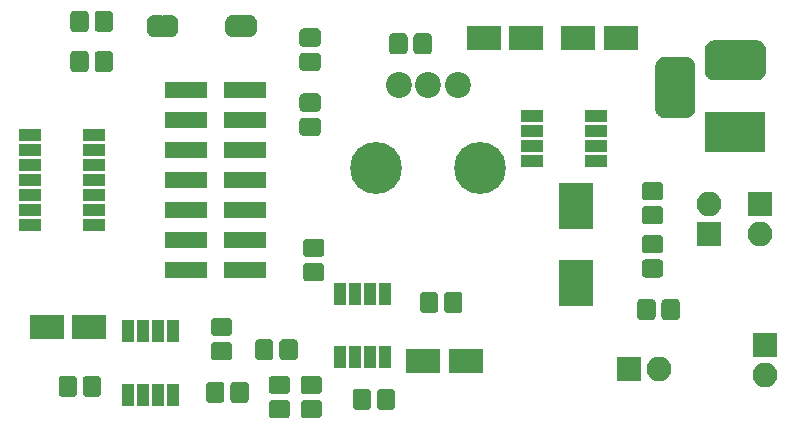
<source format=gts>
G04 #@! TF.GenerationSoftware,KiCad,Pcbnew,5.0.0*
G04 #@! TF.CreationDate,2018-10-27T20:33:49+02:00*
G04 #@! TF.ProjectId,SimpleBatDetector,53696D706C654261744465746563746F,rev?*
G04 #@! TF.SameCoordinates,Original*
G04 #@! TF.FileFunction,Soldermask,Top*
G04 #@! TF.FilePolarity,Negative*
%FSLAX46Y46*%
G04 Gerber Fmt 4.6, Leading zero omitted, Abs format (unit mm)*
G04 Created by KiCad (PCBNEW 5.0.0) date Sat Oct 27 20:33:49 2018*
%MOMM*%
%LPD*%
G01*
G04 APERTURE LIST*
%ADD10R,3.550000X1.400000*%
%ADD11C,0.100000*%
%ADD12C,1.550000*%
%ADD13R,3.000000X2.000000*%
%ADD14R,2.900000X3.900000*%
%ADD15C,3.400000*%
%ADD16R,5.200000X3.400000*%
%ADD17O,2.100000X2.100000*%
%ADD18R,2.100000X2.100000*%
%ADD19C,0.500000*%
%ADD20R,1.900000X1.000000*%
%ADD21R,1.000000X1.950000*%
%ADD22R,1.950000X1.000000*%
%ADD23C,2.200000*%
%ADD24C,4.400000*%
G04 APERTURE END LIST*
D10*
G04 #@! TO.C,J1*
X85975000Y-60380000D03*
X91025000Y-60380000D03*
X85975000Y-62920000D03*
X91025000Y-62920000D03*
X85975000Y-65460000D03*
X91025000Y-65460000D03*
X85975000Y-68000000D03*
X91025000Y-68000000D03*
X85975000Y-70540000D03*
X91025000Y-70540000D03*
X85975000Y-73080000D03*
X91025000Y-73080000D03*
X85975000Y-75620000D03*
X91025000Y-75620000D03*
G04 #@! TD*
D11*
G04 #@! TO.C,R8*
G36*
X106496071Y-55601623D02*
X106528781Y-55606475D01*
X106560857Y-55614509D01*
X106591991Y-55625649D01*
X106621884Y-55639787D01*
X106650247Y-55656787D01*
X106676807Y-55676485D01*
X106701308Y-55698692D01*
X106723515Y-55723193D01*
X106743213Y-55749753D01*
X106760213Y-55778116D01*
X106774351Y-55808009D01*
X106785491Y-55839143D01*
X106793525Y-55871219D01*
X106798377Y-55903929D01*
X106800000Y-55936956D01*
X106800000Y-57063044D01*
X106798377Y-57096071D01*
X106793525Y-57128781D01*
X106785491Y-57160857D01*
X106774351Y-57191991D01*
X106760213Y-57221884D01*
X106743213Y-57250247D01*
X106723515Y-57276807D01*
X106701308Y-57301308D01*
X106676807Y-57323515D01*
X106650247Y-57343213D01*
X106621884Y-57360213D01*
X106591991Y-57374351D01*
X106560857Y-57385491D01*
X106528781Y-57393525D01*
X106496071Y-57398377D01*
X106463044Y-57400000D01*
X105586956Y-57400000D01*
X105553929Y-57398377D01*
X105521219Y-57393525D01*
X105489143Y-57385491D01*
X105458009Y-57374351D01*
X105428116Y-57360213D01*
X105399753Y-57343213D01*
X105373193Y-57323515D01*
X105348692Y-57301308D01*
X105326485Y-57276807D01*
X105306787Y-57250247D01*
X105289787Y-57221884D01*
X105275649Y-57191991D01*
X105264509Y-57160857D01*
X105256475Y-57128781D01*
X105251623Y-57096071D01*
X105250000Y-57063044D01*
X105250000Y-55936956D01*
X105251623Y-55903929D01*
X105256475Y-55871219D01*
X105264509Y-55839143D01*
X105275649Y-55808009D01*
X105289787Y-55778116D01*
X105306787Y-55749753D01*
X105326485Y-55723193D01*
X105348692Y-55698692D01*
X105373193Y-55676485D01*
X105399753Y-55656787D01*
X105428116Y-55639787D01*
X105458009Y-55625649D01*
X105489143Y-55614509D01*
X105521219Y-55606475D01*
X105553929Y-55601623D01*
X105586956Y-55600000D01*
X106463044Y-55600000D01*
X106496071Y-55601623D01*
X106496071Y-55601623D01*
G37*
D12*
X106025000Y-56500000D03*
D11*
G36*
X104446071Y-55601623D02*
X104478781Y-55606475D01*
X104510857Y-55614509D01*
X104541991Y-55625649D01*
X104571884Y-55639787D01*
X104600247Y-55656787D01*
X104626807Y-55676485D01*
X104651308Y-55698692D01*
X104673515Y-55723193D01*
X104693213Y-55749753D01*
X104710213Y-55778116D01*
X104724351Y-55808009D01*
X104735491Y-55839143D01*
X104743525Y-55871219D01*
X104748377Y-55903929D01*
X104750000Y-55936956D01*
X104750000Y-57063044D01*
X104748377Y-57096071D01*
X104743525Y-57128781D01*
X104735491Y-57160857D01*
X104724351Y-57191991D01*
X104710213Y-57221884D01*
X104693213Y-57250247D01*
X104673515Y-57276807D01*
X104651308Y-57301308D01*
X104626807Y-57323515D01*
X104600247Y-57343213D01*
X104571884Y-57360213D01*
X104541991Y-57374351D01*
X104510857Y-57385491D01*
X104478781Y-57393525D01*
X104446071Y-57398377D01*
X104413044Y-57400000D01*
X103536956Y-57400000D01*
X103503929Y-57398377D01*
X103471219Y-57393525D01*
X103439143Y-57385491D01*
X103408009Y-57374351D01*
X103378116Y-57360213D01*
X103349753Y-57343213D01*
X103323193Y-57323515D01*
X103298692Y-57301308D01*
X103276485Y-57276807D01*
X103256787Y-57250247D01*
X103239787Y-57221884D01*
X103225649Y-57191991D01*
X103214509Y-57160857D01*
X103206475Y-57128781D01*
X103201623Y-57096071D01*
X103200000Y-57063044D01*
X103200000Y-55936956D01*
X103201623Y-55903929D01*
X103206475Y-55871219D01*
X103214509Y-55839143D01*
X103225649Y-55808009D01*
X103239787Y-55778116D01*
X103256787Y-55749753D01*
X103276485Y-55723193D01*
X103298692Y-55698692D01*
X103323193Y-55676485D01*
X103349753Y-55656787D01*
X103378116Y-55639787D01*
X103408009Y-55625649D01*
X103439143Y-55614509D01*
X103471219Y-55606475D01*
X103503929Y-55601623D01*
X103536956Y-55600000D01*
X104413044Y-55600000D01*
X104446071Y-55601623D01*
X104446071Y-55601623D01*
G37*
D12*
X103975000Y-56500000D03*
G04 #@! TD*
D13*
G04 #@! TO.C,C1*
X106100000Y-83350000D03*
X109700000Y-83350000D03*
G04 #@! TD*
G04 #@! TO.C,C4*
X111200000Y-56000000D03*
X114800000Y-56000000D03*
G04 #@! TD*
G04 #@! TO.C,C5*
X119200000Y-56000000D03*
X122800000Y-56000000D03*
G04 #@! TD*
G04 #@! TO.C,C13*
X74200000Y-80500000D03*
X77800000Y-80500000D03*
G04 #@! TD*
D14*
G04 #@! TO.C,C7*
X119000000Y-70250000D03*
X119000000Y-76750000D03*
G04 #@! TD*
D11*
G04 #@! TO.C,C12*
G36*
X101346071Y-85701623D02*
X101378781Y-85706475D01*
X101410857Y-85714509D01*
X101441991Y-85725649D01*
X101471884Y-85739787D01*
X101500247Y-85756787D01*
X101526807Y-85776485D01*
X101551308Y-85798692D01*
X101573515Y-85823193D01*
X101593213Y-85849753D01*
X101610213Y-85878116D01*
X101624351Y-85908009D01*
X101635491Y-85939143D01*
X101643525Y-85971219D01*
X101648377Y-86003929D01*
X101650000Y-86036956D01*
X101650000Y-87163044D01*
X101648377Y-87196071D01*
X101643525Y-87228781D01*
X101635491Y-87260857D01*
X101624351Y-87291991D01*
X101610213Y-87321884D01*
X101593213Y-87350247D01*
X101573515Y-87376807D01*
X101551308Y-87401308D01*
X101526807Y-87423515D01*
X101500247Y-87443213D01*
X101471884Y-87460213D01*
X101441991Y-87474351D01*
X101410857Y-87485491D01*
X101378781Y-87493525D01*
X101346071Y-87498377D01*
X101313044Y-87500000D01*
X100436956Y-87500000D01*
X100403929Y-87498377D01*
X100371219Y-87493525D01*
X100339143Y-87485491D01*
X100308009Y-87474351D01*
X100278116Y-87460213D01*
X100249753Y-87443213D01*
X100223193Y-87423515D01*
X100198692Y-87401308D01*
X100176485Y-87376807D01*
X100156787Y-87350247D01*
X100139787Y-87321884D01*
X100125649Y-87291991D01*
X100114509Y-87260857D01*
X100106475Y-87228781D01*
X100101623Y-87196071D01*
X100100000Y-87163044D01*
X100100000Y-86036956D01*
X100101623Y-86003929D01*
X100106475Y-85971219D01*
X100114509Y-85939143D01*
X100125649Y-85908009D01*
X100139787Y-85878116D01*
X100156787Y-85849753D01*
X100176485Y-85823193D01*
X100198692Y-85798692D01*
X100223193Y-85776485D01*
X100249753Y-85756787D01*
X100278116Y-85739787D01*
X100308009Y-85725649D01*
X100339143Y-85714509D01*
X100371219Y-85706475D01*
X100403929Y-85701623D01*
X100436956Y-85700000D01*
X101313044Y-85700000D01*
X101346071Y-85701623D01*
X101346071Y-85701623D01*
G37*
D12*
X100875000Y-86600000D03*
D11*
G36*
X103396071Y-85701623D02*
X103428781Y-85706475D01*
X103460857Y-85714509D01*
X103491991Y-85725649D01*
X103521884Y-85739787D01*
X103550247Y-85756787D01*
X103576807Y-85776485D01*
X103601308Y-85798692D01*
X103623515Y-85823193D01*
X103643213Y-85849753D01*
X103660213Y-85878116D01*
X103674351Y-85908009D01*
X103685491Y-85939143D01*
X103693525Y-85971219D01*
X103698377Y-86003929D01*
X103700000Y-86036956D01*
X103700000Y-87163044D01*
X103698377Y-87196071D01*
X103693525Y-87228781D01*
X103685491Y-87260857D01*
X103674351Y-87291991D01*
X103660213Y-87321884D01*
X103643213Y-87350247D01*
X103623515Y-87376807D01*
X103601308Y-87401308D01*
X103576807Y-87423515D01*
X103550247Y-87443213D01*
X103521884Y-87460213D01*
X103491991Y-87474351D01*
X103460857Y-87485491D01*
X103428781Y-87493525D01*
X103396071Y-87498377D01*
X103363044Y-87500000D01*
X102486956Y-87500000D01*
X102453929Y-87498377D01*
X102421219Y-87493525D01*
X102389143Y-87485491D01*
X102358009Y-87474351D01*
X102328116Y-87460213D01*
X102299753Y-87443213D01*
X102273193Y-87423515D01*
X102248692Y-87401308D01*
X102226485Y-87376807D01*
X102206787Y-87350247D01*
X102189787Y-87321884D01*
X102175649Y-87291991D01*
X102164509Y-87260857D01*
X102156475Y-87228781D01*
X102151623Y-87196071D01*
X102150000Y-87163044D01*
X102150000Y-86036956D01*
X102151623Y-86003929D01*
X102156475Y-85971219D01*
X102164509Y-85939143D01*
X102175649Y-85908009D01*
X102189787Y-85878116D01*
X102206787Y-85849753D01*
X102226485Y-85823193D01*
X102248692Y-85798692D01*
X102273193Y-85776485D01*
X102299753Y-85756787D01*
X102328116Y-85739787D01*
X102358009Y-85725649D01*
X102389143Y-85714509D01*
X102421219Y-85706475D01*
X102453929Y-85701623D01*
X102486956Y-85700000D01*
X103363044Y-85700000D01*
X103396071Y-85701623D01*
X103396071Y-85701623D01*
G37*
D12*
X102925000Y-86600000D03*
G04 #@! TD*
D11*
G04 #@! TO.C,C11*
G36*
X90996071Y-85101623D02*
X91028781Y-85106475D01*
X91060857Y-85114509D01*
X91091991Y-85125649D01*
X91121884Y-85139787D01*
X91150247Y-85156787D01*
X91176807Y-85176485D01*
X91201308Y-85198692D01*
X91223515Y-85223193D01*
X91243213Y-85249753D01*
X91260213Y-85278116D01*
X91274351Y-85308009D01*
X91285491Y-85339143D01*
X91293525Y-85371219D01*
X91298377Y-85403929D01*
X91300000Y-85436956D01*
X91300000Y-86563044D01*
X91298377Y-86596071D01*
X91293525Y-86628781D01*
X91285491Y-86660857D01*
X91274351Y-86691991D01*
X91260213Y-86721884D01*
X91243213Y-86750247D01*
X91223515Y-86776807D01*
X91201308Y-86801308D01*
X91176807Y-86823515D01*
X91150247Y-86843213D01*
X91121884Y-86860213D01*
X91091991Y-86874351D01*
X91060857Y-86885491D01*
X91028781Y-86893525D01*
X90996071Y-86898377D01*
X90963044Y-86900000D01*
X90086956Y-86900000D01*
X90053929Y-86898377D01*
X90021219Y-86893525D01*
X89989143Y-86885491D01*
X89958009Y-86874351D01*
X89928116Y-86860213D01*
X89899753Y-86843213D01*
X89873193Y-86823515D01*
X89848692Y-86801308D01*
X89826485Y-86776807D01*
X89806787Y-86750247D01*
X89789787Y-86721884D01*
X89775649Y-86691991D01*
X89764509Y-86660857D01*
X89756475Y-86628781D01*
X89751623Y-86596071D01*
X89750000Y-86563044D01*
X89750000Y-85436956D01*
X89751623Y-85403929D01*
X89756475Y-85371219D01*
X89764509Y-85339143D01*
X89775649Y-85308009D01*
X89789787Y-85278116D01*
X89806787Y-85249753D01*
X89826485Y-85223193D01*
X89848692Y-85198692D01*
X89873193Y-85176485D01*
X89899753Y-85156787D01*
X89928116Y-85139787D01*
X89958009Y-85125649D01*
X89989143Y-85114509D01*
X90021219Y-85106475D01*
X90053929Y-85101623D01*
X90086956Y-85100000D01*
X90963044Y-85100000D01*
X90996071Y-85101623D01*
X90996071Y-85101623D01*
G37*
D12*
X90525000Y-86000000D03*
D11*
G36*
X88946071Y-85101623D02*
X88978781Y-85106475D01*
X89010857Y-85114509D01*
X89041991Y-85125649D01*
X89071884Y-85139787D01*
X89100247Y-85156787D01*
X89126807Y-85176485D01*
X89151308Y-85198692D01*
X89173515Y-85223193D01*
X89193213Y-85249753D01*
X89210213Y-85278116D01*
X89224351Y-85308009D01*
X89235491Y-85339143D01*
X89243525Y-85371219D01*
X89248377Y-85403929D01*
X89250000Y-85436956D01*
X89250000Y-86563044D01*
X89248377Y-86596071D01*
X89243525Y-86628781D01*
X89235491Y-86660857D01*
X89224351Y-86691991D01*
X89210213Y-86721884D01*
X89193213Y-86750247D01*
X89173515Y-86776807D01*
X89151308Y-86801308D01*
X89126807Y-86823515D01*
X89100247Y-86843213D01*
X89071884Y-86860213D01*
X89041991Y-86874351D01*
X89010857Y-86885491D01*
X88978781Y-86893525D01*
X88946071Y-86898377D01*
X88913044Y-86900000D01*
X88036956Y-86900000D01*
X88003929Y-86898377D01*
X87971219Y-86893525D01*
X87939143Y-86885491D01*
X87908009Y-86874351D01*
X87878116Y-86860213D01*
X87849753Y-86843213D01*
X87823193Y-86823515D01*
X87798692Y-86801308D01*
X87776485Y-86776807D01*
X87756787Y-86750247D01*
X87739787Y-86721884D01*
X87725649Y-86691991D01*
X87714509Y-86660857D01*
X87706475Y-86628781D01*
X87701623Y-86596071D01*
X87700000Y-86563044D01*
X87700000Y-85436956D01*
X87701623Y-85403929D01*
X87706475Y-85371219D01*
X87714509Y-85339143D01*
X87725649Y-85308009D01*
X87739787Y-85278116D01*
X87756787Y-85249753D01*
X87776485Y-85223193D01*
X87798692Y-85198692D01*
X87823193Y-85176485D01*
X87849753Y-85156787D01*
X87878116Y-85139787D01*
X87908009Y-85125649D01*
X87939143Y-85114509D01*
X87971219Y-85106475D01*
X88003929Y-85101623D01*
X88036956Y-85100000D01*
X88913044Y-85100000D01*
X88946071Y-85101623D01*
X88946071Y-85101623D01*
G37*
D12*
X88475000Y-86000000D03*
G04 #@! TD*
D11*
G04 #@! TO.C,C10*
G36*
X94496071Y-84601623D02*
X94528781Y-84606475D01*
X94560857Y-84614509D01*
X94591991Y-84625649D01*
X94621884Y-84639787D01*
X94650247Y-84656787D01*
X94676807Y-84676485D01*
X94701308Y-84698692D01*
X94723515Y-84723193D01*
X94743213Y-84749753D01*
X94760213Y-84778116D01*
X94774351Y-84808009D01*
X94785491Y-84839143D01*
X94793525Y-84871219D01*
X94798377Y-84903929D01*
X94800000Y-84936956D01*
X94800000Y-85813044D01*
X94798377Y-85846071D01*
X94793525Y-85878781D01*
X94785491Y-85910857D01*
X94774351Y-85941991D01*
X94760213Y-85971884D01*
X94743213Y-86000247D01*
X94723515Y-86026807D01*
X94701308Y-86051308D01*
X94676807Y-86073515D01*
X94650247Y-86093213D01*
X94621884Y-86110213D01*
X94591991Y-86124351D01*
X94560857Y-86135491D01*
X94528781Y-86143525D01*
X94496071Y-86148377D01*
X94463044Y-86150000D01*
X93336956Y-86150000D01*
X93303929Y-86148377D01*
X93271219Y-86143525D01*
X93239143Y-86135491D01*
X93208009Y-86124351D01*
X93178116Y-86110213D01*
X93149753Y-86093213D01*
X93123193Y-86073515D01*
X93098692Y-86051308D01*
X93076485Y-86026807D01*
X93056787Y-86000247D01*
X93039787Y-85971884D01*
X93025649Y-85941991D01*
X93014509Y-85910857D01*
X93006475Y-85878781D01*
X93001623Y-85846071D01*
X93000000Y-85813044D01*
X93000000Y-84936956D01*
X93001623Y-84903929D01*
X93006475Y-84871219D01*
X93014509Y-84839143D01*
X93025649Y-84808009D01*
X93039787Y-84778116D01*
X93056787Y-84749753D01*
X93076485Y-84723193D01*
X93098692Y-84698692D01*
X93123193Y-84676485D01*
X93149753Y-84656787D01*
X93178116Y-84639787D01*
X93208009Y-84625649D01*
X93239143Y-84614509D01*
X93271219Y-84606475D01*
X93303929Y-84601623D01*
X93336956Y-84600000D01*
X94463044Y-84600000D01*
X94496071Y-84601623D01*
X94496071Y-84601623D01*
G37*
D12*
X93900000Y-85375000D03*
D11*
G36*
X94496071Y-86651623D02*
X94528781Y-86656475D01*
X94560857Y-86664509D01*
X94591991Y-86675649D01*
X94621884Y-86689787D01*
X94650247Y-86706787D01*
X94676807Y-86726485D01*
X94701308Y-86748692D01*
X94723515Y-86773193D01*
X94743213Y-86799753D01*
X94760213Y-86828116D01*
X94774351Y-86858009D01*
X94785491Y-86889143D01*
X94793525Y-86921219D01*
X94798377Y-86953929D01*
X94800000Y-86986956D01*
X94800000Y-87863044D01*
X94798377Y-87896071D01*
X94793525Y-87928781D01*
X94785491Y-87960857D01*
X94774351Y-87991991D01*
X94760213Y-88021884D01*
X94743213Y-88050247D01*
X94723515Y-88076807D01*
X94701308Y-88101308D01*
X94676807Y-88123515D01*
X94650247Y-88143213D01*
X94621884Y-88160213D01*
X94591991Y-88174351D01*
X94560857Y-88185491D01*
X94528781Y-88193525D01*
X94496071Y-88198377D01*
X94463044Y-88200000D01*
X93336956Y-88200000D01*
X93303929Y-88198377D01*
X93271219Y-88193525D01*
X93239143Y-88185491D01*
X93208009Y-88174351D01*
X93178116Y-88160213D01*
X93149753Y-88143213D01*
X93123193Y-88123515D01*
X93098692Y-88101308D01*
X93076485Y-88076807D01*
X93056787Y-88050247D01*
X93039787Y-88021884D01*
X93025649Y-87991991D01*
X93014509Y-87960857D01*
X93006475Y-87928781D01*
X93001623Y-87896071D01*
X93000000Y-87863044D01*
X93000000Y-86986956D01*
X93001623Y-86953929D01*
X93006475Y-86921219D01*
X93014509Y-86889143D01*
X93025649Y-86858009D01*
X93039787Y-86828116D01*
X93056787Y-86799753D01*
X93076485Y-86773193D01*
X93098692Y-86748692D01*
X93123193Y-86726485D01*
X93149753Y-86706787D01*
X93178116Y-86689787D01*
X93208009Y-86675649D01*
X93239143Y-86664509D01*
X93271219Y-86656475D01*
X93303929Y-86651623D01*
X93336956Y-86650000D01*
X94463044Y-86650000D01*
X94496071Y-86651623D01*
X94496071Y-86651623D01*
G37*
D12*
X93900000Y-87425000D03*
G04 #@! TD*
D11*
G04 #@! TO.C,C9*
G36*
X89596071Y-81751623D02*
X89628781Y-81756475D01*
X89660857Y-81764509D01*
X89691991Y-81775649D01*
X89721884Y-81789787D01*
X89750247Y-81806787D01*
X89776807Y-81826485D01*
X89801308Y-81848692D01*
X89823515Y-81873193D01*
X89843213Y-81899753D01*
X89860213Y-81928116D01*
X89874351Y-81958009D01*
X89885491Y-81989143D01*
X89893525Y-82021219D01*
X89898377Y-82053929D01*
X89900000Y-82086956D01*
X89900000Y-82963044D01*
X89898377Y-82996071D01*
X89893525Y-83028781D01*
X89885491Y-83060857D01*
X89874351Y-83091991D01*
X89860213Y-83121884D01*
X89843213Y-83150247D01*
X89823515Y-83176807D01*
X89801308Y-83201308D01*
X89776807Y-83223515D01*
X89750247Y-83243213D01*
X89721884Y-83260213D01*
X89691991Y-83274351D01*
X89660857Y-83285491D01*
X89628781Y-83293525D01*
X89596071Y-83298377D01*
X89563044Y-83300000D01*
X88436956Y-83300000D01*
X88403929Y-83298377D01*
X88371219Y-83293525D01*
X88339143Y-83285491D01*
X88308009Y-83274351D01*
X88278116Y-83260213D01*
X88249753Y-83243213D01*
X88223193Y-83223515D01*
X88198692Y-83201308D01*
X88176485Y-83176807D01*
X88156787Y-83150247D01*
X88139787Y-83121884D01*
X88125649Y-83091991D01*
X88114509Y-83060857D01*
X88106475Y-83028781D01*
X88101623Y-82996071D01*
X88100000Y-82963044D01*
X88100000Y-82086956D01*
X88101623Y-82053929D01*
X88106475Y-82021219D01*
X88114509Y-81989143D01*
X88125649Y-81958009D01*
X88139787Y-81928116D01*
X88156787Y-81899753D01*
X88176485Y-81873193D01*
X88198692Y-81848692D01*
X88223193Y-81826485D01*
X88249753Y-81806787D01*
X88278116Y-81789787D01*
X88308009Y-81775649D01*
X88339143Y-81764509D01*
X88371219Y-81756475D01*
X88403929Y-81751623D01*
X88436956Y-81750000D01*
X89563044Y-81750000D01*
X89596071Y-81751623D01*
X89596071Y-81751623D01*
G37*
D12*
X89000000Y-82525000D03*
D11*
G36*
X89596071Y-79701623D02*
X89628781Y-79706475D01*
X89660857Y-79714509D01*
X89691991Y-79725649D01*
X89721884Y-79739787D01*
X89750247Y-79756787D01*
X89776807Y-79776485D01*
X89801308Y-79798692D01*
X89823515Y-79823193D01*
X89843213Y-79849753D01*
X89860213Y-79878116D01*
X89874351Y-79908009D01*
X89885491Y-79939143D01*
X89893525Y-79971219D01*
X89898377Y-80003929D01*
X89900000Y-80036956D01*
X89900000Y-80913044D01*
X89898377Y-80946071D01*
X89893525Y-80978781D01*
X89885491Y-81010857D01*
X89874351Y-81041991D01*
X89860213Y-81071884D01*
X89843213Y-81100247D01*
X89823515Y-81126807D01*
X89801308Y-81151308D01*
X89776807Y-81173515D01*
X89750247Y-81193213D01*
X89721884Y-81210213D01*
X89691991Y-81224351D01*
X89660857Y-81235491D01*
X89628781Y-81243525D01*
X89596071Y-81248377D01*
X89563044Y-81250000D01*
X88436956Y-81250000D01*
X88403929Y-81248377D01*
X88371219Y-81243525D01*
X88339143Y-81235491D01*
X88308009Y-81224351D01*
X88278116Y-81210213D01*
X88249753Y-81193213D01*
X88223193Y-81173515D01*
X88198692Y-81151308D01*
X88176485Y-81126807D01*
X88156787Y-81100247D01*
X88139787Y-81071884D01*
X88125649Y-81041991D01*
X88114509Y-81010857D01*
X88106475Y-80978781D01*
X88101623Y-80946071D01*
X88100000Y-80913044D01*
X88100000Y-80036956D01*
X88101623Y-80003929D01*
X88106475Y-79971219D01*
X88114509Y-79939143D01*
X88125649Y-79908009D01*
X88139787Y-79878116D01*
X88156787Y-79849753D01*
X88176485Y-79823193D01*
X88198692Y-79798692D01*
X88223193Y-79776485D01*
X88249753Y-79756787D01*
X88278116Y-79739787D01*
X88308009Y-79725649D01*
X88339143Y-79714509D01*
X88371219Y-79706475D01*
X88403929Y-79701623D01*
X88436956Y-79700000D01*
X89563044Y-79700000D01*
X89596071Y-79701623D01*
X89596071Y-79701623D01*
G37*
D12*
X89000000Y-80475000D03*
G04 #@! TD*
D11*
G04 #@! TO.C,C6*
G36*
X126096071Y-68201623D02*
X126128781Y-68206475D01*
X126160857Y-68214509D01*
X126191991Y-68225649D01*
X126221884Y-68239787D01*
X126250247Y-68256787D01*
X126276807Y-68276485D01*
X126301308Y-68298692D01*
X126323515Y-68323193D01*
X126343213Y-68349753D01*
X126360213Y-68378116D01*
X126374351Y-68408009D01*
X126385491Y-68439143D01*
X126393525Y-68471219D01*
X126398377Y-68503929D01*
X126400000Y-68536956D01*
X126400000Y-69413044D01*
X126398377Y-69446071D01*
X126393525Y-69478781D01*
X126385491Y-69510857D01*
X126374351Y-69541991D01*
X126360213Y-69571884D01*
X126343213Y-69600247D01*
X126323515Y-69626807D01*
X126301308Y-69651308D01*
X126276807Y-69673515D01*
X126250247Y-69693213D01*
X126221884Y-69710213D01*
X126191991Y-69724351D01*
X126160857Y-69735491D01*
X126128781Y-69743525D01*
X126096071Y-69748377D01*
X126063044Y-69750000D01*
X124936956Y-69750000D01*
X124903929Y-69748377D01*
X124871219Y-69743525D01*
X124839143Y-69735491D01*
X124808009Y-69724351D01*
X124778116Y-69710213D01*
X124749753Y-69693213D01*
X124723193Y-69673515D01*
X124698692Y-69651308D01*
X124676485Y-69626807D01*
X124656787Y-69600247D01*
X124639787Y-69571884D01*
X124625649Y-69541991D01*
X124614509Y-69510857D01*
X124606475Y-69478781D01*
X124601623Y-69446071D01*
X124600000Y-69413044D01*
X124600000Y-68536956D01*
X124601623Y-68503929D01*
X124606475Y-68471219D01*
X124614509Y-68439143D01*
X124625649Y-68408009D01*
X124639787Y-68378116D01*
X124656787Y-68349753D01*
X124676485Y-68323193D01*
X124698692Y-68298692D01*
X124723193Y-68276485D01*
X124749753Y-68256787D01*
X124778116Y-68239787D01*
X124808009Y-68225649D01*
X124839143Y-68214509D01*
X124871219Y-68206475D01*
X124903929Y-68201623D01*
X124936956Y-68200000D01*
X126063044Y-68200000D01*
X126096071Y-68201623D01*
X126096071Y-68201623D01*
G37*
D12*
X125500000Y-68975000D03*
D11*
G36*
X126096071Y-70251623D02*
X126128781Y-70256475D01*
X126160857Y-70264509D01*
X126191991Y-70275649D01*
X126221884Y-70289787D01*
X126250247Y-70306787D01*
X126276807Y-70326485D01*
X126301308Y-70348692D01*
X126323515Y-70373193D01*
X126343213Y-70399753D01*
X126360213Y-70428116D01*
X126374351Y-70458009D01*
X126385491Y-70489143D01*
X126393525Y-70521219D01*
X126398377Y-70553929D01*
X126400000Y-70586956D01*
X126400000Y-71463044D01*
X126398377Y-71496071D01*
X126393525Y-71528781D01*
X126385491Y-71560857D01*
X126374351Y-71591991D01*
X126360213Y-71621884D01*
X126343213Y-71650247D01*
X126323515Y-71676807D01*
X126301308Y-71701308D01*
X126276807Y-71723515D01*
X126250247Y-71743213D01*
X126221884Y-71760213D01*
X126191991Y-71774351D01*
X126160857Y-71785491D01*
X126128781Y-71793525D01*
X126096071Y-71798377D01*
X126063044Y-71800000D01*
X124936956Y-71800000D01*
X124903929Y-71798377D01*
X124871219Y-71793525D01*
X124839143Y-71785491D01*
X124808009Y-71774351D01*
X124778116Y-71760213D01*
X124749753Y-71743213D01*
X124723193Y-71723515D01*
X124698692Y-71701308D01*
X124676485Y-71676807D01*
X124656787Y-71650247D01*
X124639787Y-71621884D01*
X124625649Y-71591991D01*
X124614509Y-71560857D01*
X124606475Y-71528781D01*
X124601623Y-71496071D01*
X124600000Y-71463044D01*
X124600000Y-70586956D01*
X124601623Y-70553929D01*
X124606475Y-70521219D01*
X124614509Y-70489143D01*
X124625649Y-70458009D01*
X124639787Y-70428116D01*
X124656787Y-70399753D01*
X124676485Y-70373193D01*
X124698692Y-70348692D01*
X124723193Y-70326485D01*
X124749753Y-70306787D01*
X124778116Y-70289787D01*
X124808009Y-70275649D01*
X124839143Y-70264509D01*
X124871219Y-70256475D01*
X124903929Y-70251623D01*
X124936956Y-70250000D01*
X126063044Y-70250000D01*
X126096071Y-70251623D01*
X126096071Y-70251623D01*
G37*
D12*
X125500000Y-71025000D03*
G04 #@! TD*
D11*
G04 #@! TO.C,C3*
G36*
X97096071Y-62751623D02*
X97128781Y-62756475D01*
X97160857Y-62764509D01*
X97191991Y-62775649D01*
X97221884Y-62789787D01*
X97250247Y-62806787D01*
X97276807Y-62826485D01*
X97301308Y-62848692D01*
X97323515Y-62873193D01*
X97343213Y-62899753D01*
X97360213Y-62928116D01*
X97374351Y-62958009D01*
X97385491Y-62989143D01*
X97393525Y-63021219D01*
X97398377Y-63053929D01*
X97400000Y-63086956D01*
X97400000Y-63963044D01*
X97398377Y-63996071D01*
X97393525Y-64028781D01*
X97385491Y-64060857D01*
X97374351Y-64091991D01*
X97360213Y-64121884D01*
X97343213Y-64150247D01*
X97323515Y-64176807D01*
X97301308Y-64201308D01*
X97276807Y-64223515D01*
X97250247Y-64243213D01*
X97221884Y-64260213D01*
X97191991Y-64274351D01*
X97160857Y-64285491D01*
X97128781Y-64293525D01*
X97096071Y-64298377D01*
X97063044Y-64300000D01*
X95936956Y-64300000D01*
X95903929Y-64298377D01*
X95871219Y-64293525D01*
X95839143Y-64285491D01*
X95808009Y-64274351D01*
X95778116Y-64260213D01*
X95749753Y-64243213D01*
X95723193Y-64223515D01*
X95698692Y-64201308D01*
X95676485Y-64176807D01*
X95656787Y-64150247D01*
X95639787Y-64121884D01*
X95625649Y-64091991D01*
X95614509Y-64060857D01*
X95606475Y-64028781D01*
X95601623Y-63996071D01*
X95600000Y-63963044D01*
X95600000Y-63086956D01*
X95601623Y-63053929D01*
X95606475Y-63021219D01*
X95614509Y-62989143D01*
X95625649Y-62958009D01*
X95639787Y-62928116D01*
X95656787Y-62899753D01*
X95676485Y-62873193D01*
X95698692Y-62848692D01*
X95723193Y-62826485D01*
X95749753Y-62806787D01*
X95778116Y-62789787D01*
X95808009Y-62775649D01*
X95839143Y-62764509D01*
X95871219Y-62756475D01*
X95903929Y-62751623D01*
X95936956Y-62750000D01*
X97063044Y-62750000D01*
X97096071Y-62751623D01*
X97096071Y-62751623D01*
G37*
D12*
X96500000Y-63525000D03*
D11*
G36*
X97096071Y-60701623D02*
X97128781Y-60706475D01*
X97160857Y-60714509D01*
X97191991Y-60725649D01*
X97221884Y-60739787D01*
X97250247Y-60756787D01*
X97276807Y-60776485D01*
X97301308Y-60798692D01*
X97323515Y-60823193D01*
X97343213Y-60849753D01*
X97360213Y-60878116D01*
X97374351Y-60908009D01*
X97385491Y-60939143D01*
X97393525Y-60971219D01*
X97398377Y-61003929D01*
X97400000Y-61036956D01*
X97400000Y-61913044D01*
X97398377Y-61946071D01*
X97393525Y-61978781D01*
X97385491Y-62010857D01*
X97374351Y-62041991D01*
X97360213Y-62071884D01*
X97343213Y-62100247D01*
X97323515Y-62126807D01*
X97301308Y-62151308D01*
X97276807Y-62173515D01*
X97250247Y-62193213D01*
X97221884Y-62210213D01*
X97191991Y-62224351D01*
X97160857Y-62235491D01*
X97128781Y-62243525D01*
X97096071Y-62248377D01*
X97063044Y-62250000D01*
X95936956Y-62250000D01*
X95903929Y-62248377D01*
X95871219Y-62243525D01*
X95839143Y-62235491D01*
X95808009Y-62224351D01*
X95778116Y-62210213D01*
X95749753Y-62193213D01*
X95723193Y-62173515D01*
X95698692Y-62151308D01*
X95676485Y-62126807D01*
X95656787Y-62100247D01*
X95639787Y-62071884D01*
X95625649Y-62041991D01*
X95614509Y-62010857D01*
X95606475Y-61978781D01*
X95601623Y-61946071D01*
X95600000Y-61913044D01*
X95600000Y-61036956D01*
X95601623Y-61003929D01*
X95606475Y-60971219D01*
X95614509Y-60939143D01*
X95625649Y-60908009D01*
X95639787Y-60878116D01*
X95656787Y-60849753D01*
X95676485Y-60823193D01*
X95698692Y-60798692D01*
X95723193Y-60776485D01*
X95749753Y-60756787D01*
X95778116Y-60739787D01*
X95808009Y-60725649D01*
X95839143Y-60714509D01*
X95871219Y-60706475D01*
X95903929Y-60701623D01*
X95936956Y-60700000D01*
X97063044Y-60700000D01*
X97096071Y-60701623D01*
X97096071Y-60701623D01*
G37*
D12*
X96500000Y-61475000D03*
G04 #@! TD*
D11*
G04 #@! TO.C,C2*
G36*
X95146071Y-81501623D02*
X95178781Y-81506475D01*
X95210857Y-81514509D01*
X95241991Y-81525649D01*
X95271884Y-81539787D01*
X95300247Y-81556787D01*
X95326807Y-81576485D01*
X95351308Y-81598692D01*
X95373515Y-81623193D01*
X95393213Y-81649753D01*
X95410213Y-81678116D01*
X95424351Y-81708009D01*
X95435491Y-81739143D01*
X95443525Y-81771219D01*
X95448377Y-81803929D01*
X95450000Y-81836956D01*
X95450000Y-82963044D01*
X95448377Y-82996071D01*
X95443525Y-83028781D01*
X95435491Y-83060857D01*
X95424351Y-83091991D01*
X95410213Y-83121884D01*
X95393213Y-83150247D01*
X95373515Y-83176807D01*
X95351308Y-83201308D01*
X95326807Y-83223515D01*
X95300247Y-83243213D01*
X95271884Y-83260213D01*
X95241991Y-83274351D01*
X95210857Y-83285491D01*
X95178781Y-83293525D01*
X95146071Y-83298377D01*
X95113044Y-83300000D01*
X94236956Y-83300000D01*
X94203929Y-83298377D01*
X94171219Y-83293525D01*
X94139143Y-83285491D01*
X94108009Y-83274351D01*
X94078116Y-83260213D01*
X94049753Y-83243213D01*
X94023193Y-83223515D01*
X93998692Y-83201308D01*
X93976485Y-83176807D01*
X93956787Y-83150247D01*
X93939787Y-83121884D01*
X93925649Y-83091991D01*
X93914509Y-83060857D01*
X93906475Y-83028781D01*
X93901623Y-82996071D01*
X93900000Y-82963044D01*
X93900000Y-81836956D01*
X93901623Y-81803929D01*
X93906475Y-81771219D01*
X93914509Y-81739143D01*
X93925649Y-81708009D01*
X93939787Y-81678116D01*
X93956787Y-81649753D01*
X93976485Y-81623193D01*
X93998692Y-81598692D01*
X94023193Y-81576485D01*
X94049753Y-81556787D01*
X94078116Y-81539787D01*
X94108009Y-81525649D01*
X94139143Y-81514509D01*
X94171219Y-81506475D01*
X94203929Y-81501623D01*
X94236956Y-81500000D01*
X95113044Y-81500000D01*
X95146071Y-81501623D01*
X95146071Y-81501623D01*
G37*
D12*
X94675000Y-82400000D03*
D11*
G36*
X93096071Y-81501623D02*
X93128781Y-81506475D01*
X93160857Y-81514509D01*
X93191991Y-81525649D01*
X93221884Y-81539787D01*
X93250247Y-81556787D01*
X93276807Y-81576485D01*
X93301308Y-81598692D01*
X93323515Y-81623193D01*
X93343213Y-81649753D01*
X93360213Y-81678116D01*
X93374351Y-81708009D01*
X93385491Y-81739143D01*
X93393525Y-81771219D01*
X93398377Y-81803929D01*
X93400000Y-81836956D01*
X93400000Y-82963044D01*
X93398377Y-82996071D01*
X93393525Y-83028781D01*
X93385491Y-83060857D01*
X93374351Y-83091991D01*
X93360213Y-83121884D01*
X93343213Y-83150247D01*
X93323515Y-83176807D01*
X93301308Y-83201308D01*
X93276807Y-83223515D01*
X93250247Y-83243213D01*
X93221884Y-83260213D01*
X93191991Y-83274351D01*
X93160857Y-83285491D01*
X93128781Y-83293525D01*
X93096071Y-83298377D01*
X93063044Y-83300000D01*
X92186956Y-83300000D01*
X92153929Y-83298377D01*
X92121219Y-83293525D01*
X92089143Y-83285491D01*
X92058009Y-83274351D01*
X92028116Y-83260213D01*
X91999753Y-83243213D01*
X91973193Y-83223515D01*
X91948692Y-83201308D01*
X91926485Y-83176807D01*
X91906787Y-83150247D01*
X91889787Y-83121884D01*
X91875649Y-83091991D01*
X91864509Y-83060857D01*
X91856475Y-83028781D01*
X91851623Y-82996071D01*
X91850000Y-82963044D01*
X91850000Y-81836956D01*
X91851623Y-81803929D01*
X91856475Y-81771219D01*
X91864509Y-81739143D01*
X91875649Y-81708009D01*
X91889787Y-81678116D01*
X91906787Y-81649753D01*
X91926485Y-81623193D01*
X91948692Y-81598692D01*
X91973193Y-81576485D01*
X91999753Y-81556787D01*
X92028116Y-81539787D01*
X92058009Y-81525649D01*
X92089143Y-81514509D01*
X92121219Y-81506475D01*
X92153929Y-81501623D01*
X92186956Y-81500000D01*
X93063044Y-81500000D01*
X93096071Y-81501623D01*
X93096071Y-81501623D01*
G37*
D12*
X92625000Y-82400000D03*
G04 #@! TD*
D11*
G04 #@! TO.C,C8*
G36*
X97396071Y-73001623D02*
X97428781Y-73006475D01*
X97460857Y-73014509D01*
X97491991Y-73025649D01*
X97521884Y-73039787D01*
X97550247Y-73056787D01*
X97576807Y-73076485D01*
X97601308Y-73098692D01*
X97623515Y-73123193D01*
X97643213Y-73149753D01*
X97660213Y-73178116D01*
X97674351Y-73208009D01*
X97685491Y-73239143D01*
X97693525Y-73271219D01*
X97698377Y-73303929D01*
X97700000Y-73336956D01*
X97700000Y-74213044D01*
X97698377Y-74246071D01*
X97693525Y-74278781D01*
X97685491Y-74310857D01*
X97674351Y-74341991D01*
X97660213Y-74371884D01*
X97643213Y-74400247D01*
X97623515Y-74426807D01*
X97601308Y-74451308D01*
X97576807Y-74473515D01*
X97550247Y-74493213D01*
X97521884Y-74510213D01*
X97491991Y-74524351D01*
X97460857Y-74535491D01*
X97428781Y-74543525D01*
X97396071Y-74548377D01*
X97363044Y-74550000D01*
X96236956Y-74550000D01*
X96203929Y-74548377D01*
X96171219Y-74543525D01*
X96139143Y-74535491D01*
X96108009Y-74524351D01*
X96078116Y-74510213D01*
X96049753Y-74493213D01*
X96023193Y-74473515D01*
X95998692Y-74451308D01*
X95976485Y-74426807D01*
X95956787Y-74400247D01*
X95939787Y-74371884D01*
X95925649Y-74341991D01*
X95914509Y-74310857D01*
X95906475Y-74278781D01*
X95901623Y-74246071D01*
X95900000Y-74213044D01*
X95900000Y-73336956D01*
X95901623Y-73303929D01*
X95906475Y-73271219D01*
X95914509Y-73239143D01*
X95925649Y-73208009D01*
X95939787Y-73178116D01*
X95956787Y-73149753D01*
X95976485Y-73123193D01*
X95998692Y-73098692D01*
X96023193Y-73076485D01*
X96049753Y-73056787D01*
X96078116Y-73039787D01*
X96108009Y-73025649D01*
X96139143Y-73014509D01*
X96171219Y-73006475D01*
X96203929Y-73001623D01*
X96236956Y-73000000D01*
X97363044Y-73000000D01*
X97396071Y-73001623D01*
X97396071Y-73001623D01*
G37*
D12*
X96800000Y-73775000D03*
D11*
G36*
X97396071Y-75051623D02*
X97428781Y-75056475D01*
X97460857Y-75064509D01*
X97491991Y-75075649D01*
X97521884Y-75089787D01*
X97550247Y-75106787D01*
X97576807Y-75126485D01*
X97601308Y-75148692D01*
X97623515Y-75173193D01*
X97643213Y-75199753D01*
X97660213Y-75228116D01*
X97674351Y-75258009D01*
X97685491Y-75289143D01*
X97693525Y-75321219D01*
X97698377Y-75353929D01*
X97700000Y-75386956D01*
X97700000Y-76263044D01*
X97698377Y-76296071D01*
X97693525Y-76328781D01*
X97685491Y-76360857D01*
X97674351Y-76391991D01*
X97660213Y-76421884D01*
X97643213Y-76450247D01*
X97623515Y-76476807D01*
X97601308Y-76501308D01*
X97576807Y-76523515D01*
X97550247Y-76543213D01*
X97521884Y-76560213D01*
X97491991Y-76574351D01*
X97460857Y-76585491D01*
X97428781Y-76593525D01*
X97396071Y-76598377D01*
X97363044Y-76600000D01*
X96236956Y-76600000D01*
X96203929Y-76598377D01*
X96171219Y-76593525D01*
X96139143Y-76585491D01*
X96108009Y-76574351D01*
X96078116Y-76560213D01*
X96049753Y-76543213D01*
X96023193Y-76523515D01*
X95998692Y-76501308D01*
X95976485Y-76476807D01*
X95956787Y-76450247D01*
X95939787Y-76421884D01*
X95925649Y-76391991D01*
X95914509Y-76360857D01*
X95906475Y-76328781D01*
X95901623Y-76296071D01*
X95900000Y-76263044D01*
X95900000Y-75386956D01*
X95901623Y-75353929D01*
X95906475Y-75321219D01*
X95914509Y-75289143D01*
X95925649Y-75258009D01*
X95939787Y-75228116D01*
X95956787Y-75199753D01*
X95976485Y-75173193D01*
X95998692Y-75148692D01*
X96023193Y-75126485D01*
X96049753Y-75106787D01*
X96078116Y-75089787D01*
X96108009Y-75075649D01*
X96139143Y-75064509D01*
X96171219Y-75056475D01*
X96203929Y-75051623D01*
X96236956Y-75050000D01*
X97363044Y-75050000D01*
X97396071Y-75051623D01*
X97396071Y-75051623D01*
G37*
D12*
X96800000Y-75825000D03*
G04 #@! TD*
D11*
G04 #@! TO.C,J2*
G36*
X134333315Y-56204093D02*
X134415827Y-56216333D01*
X134496742Y-56236601D01*
X134575281Y-56264702D01*
X134650687Y-56300367D01*
X134722235Y-56343251D01*
X134789234Y-56392941D01*
X134851041Y-56448959D01*
X134907059Y-56510766D01*
X134956749Y-56577765D01*
X134999633Y-56649313D01*
X135035298Y-56724719D01*
X135063399Y-56803258D01*
X135083667Y-56884173D01*
X135095907Y-56966685D01*
X135100000Y-57050000D01*
X135100000Y-58750000D01*
X135095907Y-58833315D01*
X135083667Y-58915827D01*
X135063399Y-58996742D01*
X135035298Y-59075281D01*
X134999633Y-59150687D01*
X134956749Y-59222235D01*
X134907059Y-59289234D01*
X134851041Y-59351041D01*
X134789234Y-59407059D01*
X134722235Y-59456749D01*
X134650687Y-59499633D01*
X134575281Y-59535298D01*
X134496742Y-59563399D01*
X134415827Y-59583667D01*
X134333315Y-59595907D01*
X134250000Y-59600000D01*
X130750000Y-59600000D01*
X130666685Y-59595907D01*
X130584173Y-59583667D01*
X130503258Y-59563399D01*
X130424719Y-59535298D01*
X130349313Y-59499633D01*
X130277765Y-59456749D01*
X130210766Y-59407059D01*
X130148959Y-59351041D01*
X130092941Y-59289234D01*
X130043251Y-59222235D01*
X130000367Y-59150687D01*
X129964702Y-59075281D01*
X129936601Y-58996742D01*
X129916333Y-58915827D01*
X129904093Y-58833315D01*
X129900000Y-58750000D01*
X129900000Y-57050000D01*
X129904093Y-56966685D01*
X129916333Y-56884173D01*
X129936601Y-56803258D01*
X129964702Y-56724719D01*
X130000367Y-56649313D01*
X130043251Y-56577765D01*
X130092941Y-56510766D01*
X130148959Y-56448959D01*
X130210766Y-56392941D01*
X130277765Y-56343251D01*
X130349313Y-56300367D01*
X130424719Y-56264702D01*
X130503258Y-56236601D01*
X130584173Y-56216333D01*
X130666685Y-56204093D01*
X130750000Y-56200000D01*
X134250000Y-56200000D01*
X134333315Y-56204093D01*
X134333315Y-56204093D01*
G37*
D15*
X132500000Y-57900000D03*
D16*
X132500000Y-64000000D03*
D11*
G36*
X128353315Y-57594093D02*
X128435827Y-57606333D01*
X128516742Y-57626601D01*
X128595281Y-57654702D01*
X128670687Y-57690367D01*
X128742235Y-57733251D01*
X128809234Y-57782941D01*
X128871041Y-57838959D01*
X128927059Y-57900766D01*
X128976749Y-57967765D01*
X129019633Y-58039313D01*
X129055298Y-58114719D01*
X129083399Y-58193258D01*
X129103667Y-58274173D01*
X129115907Y-58356685D01*
X129120000Y-58440000D01*
X129120000Y-61940000D01*
X129115907Y-62023315D01*
X129103667Y-62105827D01*
X129083399Y-62186742D01*
X129055298Y-62265281D01*
X129019633Y-62340687D01*
X128976749Y-62412235D01*
X128927059Y-62479234D01*
X128871041Y-62541041D01*
X128809234Y-62597059D01*
X128742235Y-62646749D01*
X128670687Y-62689633D01*
X128595281Y-62725298D01*
X128516742Y-62753399D01*
X128435827Y-62773667D01*
X128353315Y-62785907D01*
X128270000Y-62790000D01*
X126570000Y-62790000D01*
X126486685Y-62785907D01*
X126404173Y-62773667D01*
X126323258Y-62753399D01*
X126244719Y-62725298D01*
X126169313Y-62689633D01*
X126097765Y-62646749D01*
X126030766Y-62597059D01*
X125968959Y-62541041D01*
X125912941Y-62479234D01*
X125863251Y-62412235D01*
X125820367Y-62340687D01*
X125784702Y-62265281D01*
X125756601Y-62186742D01*
X125736333Y-62105827D01*
X125724093Y-62023315D01*
X125720000Y-61940000D01*
X125720000Y-58440000D01*
X125724093Y-58356685D01*
X125736333Y-58274173D01*
X125756601Y-58193258D01*
X125784702Y-58114719D01*
X125820367Y-58039313D01*
X125863251Y-57967765D01*
X125912941Y-57900766D01*
X125968959Y-57838959D01*
X126030766Y-57782941D01*
X126097765Y-57733251D01*
X126169313Y-57690367D01*
X126244719Y-57654702D01*
X126323258Y-57626601D01*
X126404173Y-57606333D01*
X126486685Y-57594093D01*
X126570000Y-57590000D01*
X128270000Y-57590000D01*
X128353315Y-57594093D01*
X128353315Y-57594093D01*
G37*
D15*
X127420000Y-60190000D03*
G04 #@! TD*
D17*
G04 #@! TO.C,BT1*
X126040000Y-84000000D03*
D18*
X123500000Y-84000000D03*
G04 #@! TD*
G04 #@! TO.C,SW1*
X130300000Y-72600000D03*
D17*
X130300000Y-70060000D03*
G04 #@! TD*
G04 #@! TO.C,MK1*
X135000000Y-84540000D03*
D18*
X135000000Y-82000000D03*
G04 #@! TD*
G04 #@! TO.C,LS1*
X134600000Y-70100000D03*
D17*
X134600000Y-72640000D03*
G04 #@! TD*
D19*
G04 #@! TO.C,JP1*
X90000000Y-55000000D03*
D11*
G36*
X90539018Y-54053843D02*
X90576537Y-54065224D01*
X90611114Y-54083706D01*
X90641421Y-54108579D01*
X90666294Y-54138886D01*
X90684776Y-54173463D01*
X90696157Y-54210982D01*
X90700000Y-54250000D01*
X90700000Y-54500000D01*
X90900000Y-54500000D01*
X90939018Y-54503843D01*
X90976537Y-54515224D01*
X91011114Y-54533706D01*
X91041421Y-54558579D01*
X91066294Y-54588886D01*
X91084776Y-54623463D01*
X91096157Y-54660982D01*
X91100000Y-54700000D01*
X91100000Y-55300000D01*
X91096157Y-55339018D01*
X91084776Y-55376537D01*
X91066294Y-55411114D01*
X91041421Y-55441421D01*
X91011114Y-55466294D01*
X90976537Y-55484776D01*
X90939018Y-55496157D01*
X90900000Y-55500000D01*
X90700000Y-55500000D01*
X90700000Y-55750000D01*
X90696157Y-55789018D01*
X90684776Y-55826537D01*
X90666294Y-55861114D01*
X90641421Y-55891421D01*
X90611114Y-55916294D01*
X90576537Y-55934776D01*
X90539018Y-55946157D01*
X90500000Y-55950000D01*
X90000000Y-55950000D01*
X89993888Y-55949398D01*
X89975466Y-55949398D01*
X89955860Y-55948435D01*
X89907029Y-55943625D01*
X89887620Y-55940746D01*
X89839495Y-55931174D01*
X89820452Y-55926404D01*
X89773497Y-55912160D01*
X89755020Y-55905549D01*
X89709687Y-55886772D01*
X89691939Y-55878377D01*
X89648666Y-55855246D01*
X89631838Y-55845160D01*
X89591039Y-55817900D01*
X89575270Y-55806205D01*
X89537341Y-55775077D01*
X89522800Y-55761897D01*
X89488103Y-55727200D01*
X89474923Y-55712659D01*
X89443795Y-55674730D01*
X89432100Y-55658961D01*
X89404840Y-55618162D01*
X89394754Y-55601334D01*
X89371623Y-55558061D01*
X89363228Y-55540313D01*
X89344451Y-55494980D01*
X89337840Y-55476503D01*
X89323596Y-55429548D01*
X89318826Y-55410505D01*
X89309254Y-55362380D01*
X89306375Y-55342971D01*
X89301565Y-55294140D01*
X89300602Y-55274534D01*
X89300602Y-55256112D01*
X89300000Y-55250000D01*
X89300000Y-54750000D01*
X89300602Y-54743888D01*
X89300602Y-54725466D01*
X89301565Y-54705860D01*
X89306375Y-54657029D01*
X89309254Y-54637620D01*
X89318826Y-54589495D01*
X89323596Y-54570452D01*
X89337840Y-54523497D01*
X89344451Y-54505020D01*
X89363228Y-54459687D01*
X89371623Y-54441939D01*
X89394754Y-54398666D01*
X89404840Y-54381838D01*
X89432100Y-54341039D01*
X89443795Y-54325270D01*
X89474923Y-54287341D01*
X89488103Y-54272800D01*
X89522800Y-54238103D01*
X89537341Y-54224923D01*
X89575270Y-54193795D01*
X89591039Y-54182100D01*
X89631838Y-54154840D01*
X89648666Y-54144754D01*
X89691939Y-54121623D01*
X89709687Y-54113228D01*
X89755020Y-54094451D01*
X89773497Y-54087840D01*
X89820452Y-54073596D01*
X89839495Y-54068826D01*
X89887620Y-54059254D01*
X89907029Y-54056375D01*
X89955860Y-54051565D01*
X89975466Y-54050602D01*
X89993888Y-54050602D01*
X90000000Y-54050000D01*
X90500000Y-54050000D01*
X90539018Y-54053843D01*
X90539018Y-54053843D01*
G37*
D19*
X91300000Y-55000000D03*
D11*
G36*
X91306112Y-54050602D02*
X91324534Y-54050602D01*
X91344140Y-54051565D01*
X91392971Y-54056375D01*
X91412380Y-54059254D01*
X91460505Y-54068826D01*
X91479548Y-54073596D01*
X91526503Y-54087840D01*
X91544980Y-54094451D01*
X91590313Y-54113228D01*
X91608061Y-54121623D01*
X91651334Y-54144754D01*
X91668162Y-54154840D01*
X91708961Y-54182100D01*
X91724730Y-54193795D01*
X91762659Y-54224923D01*
X91777200Y-54238103D01*
X91811897Y-54272800D01*
X91825077Y-54287341D01*
X91856205Y-54325270D01*
X91867900Y-54341039D01*
X91895160Y-54381838D01*
X91905246Y-54398666D01*
X91928377Y-54441939D01*
X91936772Y-54459687D01*
X91955549Y-54505020D01*
X91962160Y-54523497D01*
X91976404Y-54570452D01*
X91981174Y-54589495D01*
X91990746Y-54637620D01*
X91993625Y-54657029D01*
X91998435Y-54705860D01*
X91999398Y-54725466D01*
X91999398Y-54743888D01*
X92000000Y-54750000D01*
X92000000Y-55250000D01*
X91999398Y-55256112D01*
X91999398Y-55274534D01*
X91998435Y-55294140D01*
X91993625Y-55342971D01*
X91990746Y-55362380D01*
X91981174Y-55410505D01*
X91976404Y-55429548D01*
X91962160Y-55476503D01*
X91955549Y-55494980D01*
X91936772Y-55540313D01*
X91928377Y-55558061D01*
X91905246Y-55601334D01*
X91895160Y-55618162D01*
X91867900Y-55658961D01*
X91856205Y-55674730D01*
X91825077Y-55712659D01*
X91811897Y-55727200D01*
X91777200Y-55761897D01*
X91762659Y-55775077D01*
X91724730Y-55806205D01*
X91708961Y-55817900D01*
X91668162Y-55845160D01*
X91651334Y-55855246D01*
X91608061Y-55878377D01*
X91590313Y-55886772D01*
X91544980Y-55905549D01*
X91526503Y-55912160D01*
X91479548Y-55926404D01*
X91460505Y-55931174D01*
X91412380Y-55940746D01*
X91392971Y-55943625D01*
X91344140Y-55948435D01*
X91324534Y-55949398D01*
X91306112Y-55949398D01*
X91300000Y-55950000D01*
X90800000Y-55950000D01*
X90760982Y-55946157D01*
X90723463Y-55934776D01*
X90688886Y-55916294D01*
X90658579Y-55891421D01*
X90633706Y-55861114D01*
X90615224Y-55826537D01*
X90603843Y-55789018D01*
X90600000Y-55750000D01*
X90600000Y-54250000D01*
X90603843Y-54210982D01*
X90615224Y-54173463D01*
X90633706Y-54138886D01*
X90658579Y-54108579D01*
X90688886Y-54083706D01*
X90723463Y-54065224D01*
X90760982Y-54053843D01*
X90800000Y-54050000D01*
X91300000Y-54050000D01*
X91306112Y-54050602D01*
X91306112Y-54050602D01*
G37*
G04 #@! TD*
D19*
G04 #@! TO.C,JP2*
X83350000Y-55000000D03*
D11*
G36*
X83889018Y-54053843D02*
X83926537Y-54065224D01*
X83961114Y-54083706D01*
X83991421Y-54108579D01*
X84016294Y-54138886D01*
X84034776Y-54173463D01*
X84046157Y-54210982D01*
X84050000Y-54250000D01*
X84050000Y-55750000D01*
X84046157Y-55789018D01*
X84034776Y-55826537D01*
X84016294Y-55861114D01*
X83991421Y-55891421D01*
X83961114Y-55916294D01*
X83926537Y-55934776D01*
X83889018Y-55946157D01*
X83850000Y-55950000D01*
X83350000Y-55950000D01*
X83343888Y-55949398D01*
X83325466Y-55949398D01*
X83305860Y-55948435D01*
X83257029Y-55943625D01*
X83237620Y-55940746D01*
X83189495Y-55931174D01*
X83170452Y-55926404D01*
X83123497Y-55912160D01*
X83105020Y-55905549D01*
X83059687Y-55886772D01*
X83041939Y-55878377D01*
X82998666Y-55855246D01*
X82981838Y-55845160D01*
X82941039Y-55817900D01*
X82925270Y-55806205D01*
X82887341Y-55775077D01*
X82872800Y-55761897D01*
X82838103Y-55727200D01*
X82824923Y-55712659D01*
X82793795Y-55674730D01*
X82782100Y-55658961D01*
X82754840Y-55618162D01*
X82744754Y-55601334D01*
X82721623Y-55558061D01*
X82713228Y-55540313D01*
X82694451Y-55494980D01*
X82687840Y-55476503D01*
X82673596Y-55429548D01*
X82668826Y-55410505D01*
X82659254Y-55362380D01*
X82656375Y-55342971D01*
X82651565Y-55294140D01*
X82650602Y-55274534D01*
X82650602Y-55256112D01*
X82650000Y-55250000D01*
X82650000Y-54750000D01*
X82650602Y-54743888D01*
X82650602Y-54725466D01*
X82651565Y-54705860D01*
X82656375Y-54657029D01*
X82659254Y-54637620D01*
X82668826Y-54589495D01*
X82673596Y-54570452D01*
X82687840Y-54523497D01*
X82694451Y-54505020D01*
X82713228Y-54459687D01*
X82721623Y-54441939D01*
X82744754Y-54398666D01*
X82754840Y-54381838D01*
X82782100Y-54341039D01*
X82793795Y-54325270D01*
X82824923Y-54287341D01*
X82838103Y-54272800D01*
X82872800Y-54238103D01*
X82887341Y-54224923D01*
X82925270Y-54193795D01*
X82941039Y-54182100D01*
X82981838Y-54154840D01*
X82998666Y-54144754D01*
X83041939Y-54121623D01*
X83059687Y-54113228D01*
X83105020Y-54094451D01*
X83123497Y-54087840D01*
X83170452Y-54073596D01*
X83189495Y-54068826D01*
X83237620Y-54059254D01*
X83257029Y-54056375D01*
X83305860Y-54051565D01*
X83325466Y-54050602D01*
X83343888Y-54050602D01*
X83350000Y-54050000D01*
X83850000Y-54050000D01*
X83889018Y-54053843D01*
X83889018Y-54053843D01*
G37*
D19*
X84650000Y-55000000D03*
D11*
G36*
X84656112Y-54050602D02*
X84674534Y-54050602D01*
X84694140Y-54051565D01*
X84742971Y-54056375D01*
X84762380Y-54059254D01*
X84810505Y-54068826D01*
X84829548Y-54073596D01*
X84876503Y-54087840D01*
X84894980Y-54094451D01*
X84940313Y-54113228D01*
X84958061Y-54121623D01*
X85001334Y-54144754D01*
X85018162Y-54154840D01*
X85058961Y-54182100D01*
X85074730Y-54193795D01*
X85112659Y-54224923D01*
X85127200Y-54238103D01*
X85161897Y-54272800D01*
X85175077Y-54287341D01*
X85206205Y-54325270D01*
X85217900Y-54341039D01*
X85245160Y-54381838D01*
X85255246Y-54398666D01*
X85278377Y-54441939D01*
X85286772Y-54459687D01*
X85305549Y-54505020D01*
X85312160Y-54523497D01*
X85326404Y-54570452D01*
X85331174Y-54589495D01*
X85340746Y-54637620D01*
X85343625Y-54657029D01*
X85348435Y-54705860D01*
X85349398Y-54725466D01*
X85349398Y-54743888D01*
X85350000Y-54750000D01*
X85350000Y-55250000D01*
X85349398Y-55256112D01*
X85349398Y-55274534D01*
X85348435Y-55294140D01*
X85343625Y-55342971D01*
X85340746Y-55362380D01*
X85331174Y-55410505D01*
X85326404Y-55429548D01*
X85312160Y-55476503D01*
X85305549Y-55494980D01*
X85286772Y-55540313D01*
X85278377Y-55558061D01*
X85255246Y-55601334D01*
X85245160Y-55618162D01*
X85217900Y-55658961D01*
X85206205Y-55674730D01*
X85175077Y-55712659D01*
X85161897Y-55727200D01*
X85127200Y-55761897D01*
X85112659Y-55775077D01*
X85074730Y-55806205D01*
X85058961Y-55817900D01*
X85018162Y-55845160D01*
X85001334Y-55855246D01*
X84958061Y-55878377D01*
X84940313Y-55886772D01*
X84894980Y-55905549D01*
X84876503Y-55912160D01*
X84829548Y-55926404D01*
X84810505Y-55931174D01*
X84762380Y-55940746D01*
X84742971Y-55943625D01*
X84694140Y-55948435D01*
X84674534Y-55949398D01*
X84656112Y-55949398D01*
X84650000Y-55950000D01*
X84150000Y-55950000D01*
X84110982Y-55946157D01*
X84073463Y-55934776D01*
X84038886Y-55916294D01*
X84008579Y-55891421D01*
X83983706Y-55861114D01*
X83965224Y-55826537D01*
X83953843Y-55789018D01*
X83950000Y-55750000D01*
X83950000Y-54250000D01*
X83953843Y-54210982D01*
X83965224Y-54173463D01*
X83983706Y-54138886D01*
X84008579Y-54108579D01*
X84038886Y-54083706D01*
X84073463Y-54065224D01*
X84110982Y-54053843D01*
X84150000Y-54050000D01*
X84650000Y-54050000D01*
X84656112Y-54050602D01*
X84656112Y-54050602D01*
G37*
G04 #@! TD*
G04 #@! TO.C,D1*
G36*
X79496071Y-53701623D02*
X79528781Y-53706475D01*
X79560857Y-53714509D01*
X79591991Y-53725649D01*
X79621884Y-53739787D01*
X79650247Y-53756787D01*
X79676807Y-53776485D01*
X79701308Y-53798692D01*
X79723515Y-53823193D01*
X79743213Y-53849753D01*
X79760213Y-53878116D01*
X79774351Y-53908009D01*
X79785491Y-53939143D01*
X79793525Y-53971219D01*
X79798377Y-54003929D01*
X79800000Y-54036956D01*
X79800000Y-55163044D01*
X79798377Y-55196071D01*
X79793525Y-55228781D01*
X79785491Y-55260857D01*
X79774351Y-55291991D01*
X79760213Y-55321884D01*
X79743213Y-55350247D01*
X79723515Y-55376807D01*
X79701308Y-55401308D01*
X79676807Y-55423515D01*
X79650247Y-55443213D01*
X79621884Y-55460213D01*
X79591991Y-55474351D01*
X79560857Y-55485491D01*
X79528781Y-55493525D01*
X79496071Y-55498377D01*
X79463044Y-55500000D01*
X78586956Y-55500000D01*
X78553929Y-55498377D01*
X78521219Y-55493525D01*
X78489143Y-55485491D01*
X78458009Y-55474351D01*
X78428116Y-55460213D01*
X78399753Y-55443213D01*
X78373193Y-55423515D01*
X78348692Y-55401308D01*
X78326485Y-55376807D01*
X78306787Y-55350247D01*
X78289787Y-55321884D01*
X78275649Y-55291991D01*
X78264509Y-55260857D01*
X78256475Y-55228781D01*
X78251623Y-55196071D01*
X78250000Y-55163044D01*
X78250000Y-54036956D01*
X78251623Y-54003929D01*
X78256475Y-53971219D01*
X78264509Y-53939143D01*
X78275649Y-53908009D01*
X78289787Y-53878116D01*
X78306787Y-53849753D01*
X78326485Y-53823193D01*
X78348692Y-53798692D01*
X78373193Y-53776485D01*
X78399753Y-53756787D01*
X78428116Y-53739787D01*
X78458009Y-53725649D01*
X78489143Y-53714509D01*
X78521219Y-53706475D01*
X78553929Y-53701623D01*
X78586956Y-53700000D01*
X79463044Y-53700000D01*
X79496071Y-53701623D01*
X79496071Y-53701623D01*
G37*
D12*
X79025000Y-54600000D03*
D11*
G36*
X77446071Y-53701623D02*
X77478781Y-53706475D01*
X77510857Y-53714509D01*
X77541991Y-53725649D01*
X77571884Y-53739787D01*
X77600247Y-53756787D01*
X77626807Y-53776485D01*
X77651308Y-53798692D01*
X77673515Y-53823193D01*
X77693213Y-53849753D01*
X77710213Y-53878116D01*
X77724351Y-53908009D01*
X77735491Y-53939143D01*
X77743525Y-53971219D01*
X77748377Y-54003929D01*
X77750000Y-54036956D01*
X77750000Y-55163044D01*
X77748377Y-55196071D01*
X77743525Y-55228781D01*
X77735491Y-55260857D01*
X77724351Y-55291991D01*
X77710213Y-55321884D01*
X77693213Y-55350247D01*
X77673515Y-55376807D01*
X77651308Y-55401308D01*
X77626807Y-55423515D01*
X77600247Y-55443213D01*
X77571884Y-55460213D01*
X77541991Y-55474351D01*
X77510857Y-55485491D01*
X77478781Y-55493525D01*
X77446071Y-55498377D01*
X77413044Y-55500000D01*
X76536956Y-55500000D01*
X76503929Y-55498377D01*
X76471219Y-55493525D01*
X76439143Y-55485491D01*
X76408009Y-55474351D01*
X76378116Y-55460213D01*
X76349753Y-55443213D01*
X76323193Y-55423515D01*
X76298692Y-55401308D01*
X76276485Y-55376807D01*
X76256787Y-55350247D01*
X76239787Y-55321884D01*
X76225649Y-55291991D01*
X76214509Y-55260857D01*
X76206475Y-55228781D01*
X76201623Y-55196071D01*
X76200000Y-55163044D01*
X76200000Y-54036956D01*
X76201623Y-54003929D01*
X76206475Y-53971219D01*
X76214509Y-53939143D01*
X76225649Y-53908009D01*
X76239787Y-53878116D01*
X76256787Y-53849753D01*
X76276485Y-53823193D01*
X76298692Y-53798692D01*
X76323193Y-53776485D01*
X76349753Y-53756787D01*
X76378116Y-53739787D01*
X76408009Y-53725649D01*
X76439143Y-53714509D01*
X76471219Y-53706475D01*
X76503929Y-53701623D01*
X76536956Y-53700000D01*
X77413044Y-53700000D01*
X77446071Y-53701623D01*
X77446071Y-53701623D01*
G37*
D12*
X76975000Y-54600000D03*
G04 #@! TD*
D20*
G04 #@! TO.C,U3*
X78200000Y-71810000D03*
X78200000Y-70540000D03*
X78200000Y-69270000D03*
X78200000Y-68000000D03*
X78200000Y-66730000D03*
X78200000Y-65460000D03*
X78200000Y-64190000D03*
X72800000Y-64190000D03*
X72800000Y-65460000D03*
X72800000Y-66730000D03*
X72800000Y-68000000D03*
X72800000Y-69270000D03*
X72800000Y-70540000D03*
X72800000Y-71810000D03*
G04 #@! TD*
D21*
G04 #@! TO.C,U2*
X81095000Y-86200000D03*
X82365000Y-86200000D03*
X83635000Y-86200000D03*
X84905000Y-86200000D03*
X84905000Y-80800000D03*
X83635000Y-80800000D03*
X82365000Y-80800000D03*
X81095000Y-80800000D03*
G04 #@! TD*
G04 #@! TO.C,U1*
X102805000Y-83050000D03*
X101535000Y-83050000D03*
X100265000Y-83050000D03*
X98995000Y-83050000D03*
X98995000Y-77650000D03*
X100265000Y-77650000D03*
X101535000Y-77650000D03*
X102805000Y-77650000D03*
G04 #@! TD*
D22*
G04 #@! TO.C,U4*
X115300000Y-62595000D03*
X115300000Y-63865000D03*
X115300000Y-65135000D03*
X115300000Y-66405000D03*
X120700000Y-66405000D03*
X120700000Y-65135000D03*
X120700000Y-63865000D03*
X120700000Y-62595000D03*
G04 #@! TD*
D23*
G04 #@! TO.C,RV1*
X109000000Y-60000000D03*
X106500000Y-60000000D03*
X104000000Y-60000000D03*
D24*
X110900000Y-67000000D03*
X102100000Y-67000000D03*
G04 #@! TD*
D11*
G04 #@! TO.C,R3*
G36*
X126096071Y-72701623D02*
X126128781Y-72706475D01*
X126160857Y-72714509D01*
X126191991Y-72725649D01*
X126221884Y-72739787D01*
X126250247Y-72756787D01*
X126276807Y-72776485D01*
X126301308Y-72798692D01*
X126323515Y-72823193D01*
X126343213Y-72849753D01*
X126360213Y-72878116D01*
X126374351Y-72908009D01*
X126385491Y-72939143D01*
X126393525Y-72971219D01*
X126398377Y-73003929D01*
X126400000Y-73036956D01*
X126400000Y-73913044D01*
X126398377Y-73946071D01*
X126393525Y-73978781D01*
X126385491Y-74010857D01*
X126374351Y-74041991D01*
X126360213Y-74071884D01*
X126343213Y-74100247D01*
X126323515Y-74126807D01*
X126301308Y-74151308D01*
X126276807Y-74173515D01*
X126250247Y-74193213D01*
X126221884Y-74210213D01*
X126191991Y-74224351D01*
X126160857Y-74235491D01*
X126128781Y-74243525D01*
X126096071Y-74248377D01*
X126063044Y-74250000D01*
X124936956Y-74250000D01*
X124903929Y-74248377D01*
X124871219Y-74243525D01*
X124839143Y-74235491D01*
X124808009Y-74224351D01*
X124778116Y-74210213D01*
X124749753Y-74193213D01*
X124723193Y-74173515D01*
X124698692Y-74151308D01*
X124676485Y-74126807D01*
X124656787Y-74100247D01*
X124639787Y-74071884D01*
X124625649Y-74041991D01*
X124614509Y-74010857D01*
X124606475Y-73978781D01*
X124601623Y-73946071D01*
X124600000Y-73913044D01*
X124600000Y-73036956D01*
X124601623Y-73003929D01*
X124606475Y-72971219D01*
X124614509Y-72939143D01*
X124625649Y-72908009D01*
X124639787Y-72878116D01*
X124656787Y-72849753D01*
X124676485Y-72823193D01*
X124698692Y-72798692D01*
X124723193Y-72776485D01*
X124749753Y-72756787D01*
X124778116Y-72739787D01*
X124808009Y-72725649D01*
X124839143Y-72714509D01*
X124871219Y-72706475D01*
X124903929Y-72701623D01*
X124936956Y-72700000D01*
X126063044Y-72700000D01*
X126096071Y-72701623D01*
X126096071Y-72701623D01*
G37*
D12*
X125500000Y-73475000D03*
D11*
G36*
X126096071Y-74751623D02*
X126128781Y-74756475D01*
X126160857Y-74764509D01*
X126191991Y-74775649D01*
X126221884Y-74789787D01*
X126250247Y-74806787D01*
X126276807Y-74826485D01*
X126301308Y-74848692D01*
X126323515Y-74873193D01*
X126343213Y-74899753D01*
X126360213Y-74928116D01*
X126374351Y-74958009D01*
X126385491Y-74989143D01*
X126393525Y-75021219D01*
X126398377Y-75053929D01*
X126400000Y-75086956D01*
X126400000Y-75963044D01*
X126398377Y-75996071D01*
X126393525Y-76028781D01*
X126385491Y-76060857D01*
X126374351Y-76091991D01*
X126360213Y-76121884D01*
X126343213Y-76150247D01*
X126323515Y-76176807D01*
X126301308Y-76201308D01*
X126276807Y-76223515D01*
X126250247Y-76243213D01*
X126221884Y-76260213D01*
X126191991Y-76274351D01*
X126160857Y-76285491D01*
X126128781Y-76293525D01*
X126096071Y-76298377D01*
X126063044Y-76300000D01*
X124936956Y-76300000D01*
X124903929Y-76298377D01*
X124871219Y-76293525D01*
X124839143Y-76285491D01*
X124808009Y-76274351D01*
X124778116Y-76260213D01*
X124749753Y-76243213D01*
X124723193Y-76223515D01*
X124698692Y-76201308D01*
X124676485Y-76176807D01*
X124656787Y-76150247D01*
X124639787Y-76121884D01*
X124625649Y-76091991D01*
X124614509Y-76060857D01*
X124606475Y-76028781D01*
X124601623Y-75996071D01*
X124600000Y-75963044D01*
X124600000Y-75086956D01*
X124601623Y-75053929D01*
X124606475Y-75021219D01*
X124614509Y-74989143D01*
X124625649Y-74958009D01*
X124639787Y-74928116D01*
X124656787Y-74899753D01*
X124676485Y-74873193D01*
X124698692Y-74848692D01*
X124723193Y-74826485D01*
X124749753Y-74806787D01*
X124778116Y-74789787D01*
X124808009Y-74775649D01*
X124839143Y-74764509D01*
X124871219Y-74756475D01*
X124903929Y-74751623D01*
X124936956Y-74750000D01*
X126063044Y-74750000D01*
X126096071Y-74751623D01*
X126096071Y-74751623D01*
G37*
D12*
X125500000Y-75525000D03*
G04 #@! TD*
D11*
G04 #@! TO.C,R4*
G36*
X125446071Y-78101623D02*
X125478781Y-78106475D01*
X125510857Y-78114509D01*
X125541991Y-78125649D01*
X125571884Y-78139787D01*
X125600247Y-78156787D01*
X125626807Y-78176485D01*
X125651308Y-78198692D01*
X125673515Y-78223193D01*
X125693213Y-78249753D01*
X125710213Y-78278116D01*
X125724351Y-78308009D01*
X125735491Y-78339143D01*
X125743525Y-78371219D01*
X125748377Y-78403929D01*
X125750000Y-78436956D01*
X125750000Y-79563044D01*
X125748377Y-79596071D01*
X125743525Y-79628781D01*
X125735491Y-79660857D01*
X125724351Y-79691991D01*
X125710213Y-79721884D01*
X125693213Y-79750247D01*
X125673515Y-79776807D01*
X125651308Y-79801308D01*
X125626807Y-79823515D01*
X125600247Y-79843213D01*
X125571884Y-79860213D01*
X125541991Y-79874351D01*
X125510857Y-79885491D01*
X125478781Y-79893525D01*
X125446071Y-79898377D01*
X125413044Y-79900000D01*
X124536956Y-79900000D01*
X124503929Y-79898377D01*
X124471219Y-79893525D01*
X124439143Y-79885491D01*
X124408009Y-79874351D01*
X124378116Y-79860213D01*
X124349753Y-79843213D01*
X124323193Y-79823515D01*
X124298692Y-79801308D01*
X124276485Y-79776807D01*
X124256787Y-79750247D01*
X124239787Y-79721884D01*
X124225649Y-79691991D01*
X124214509Y-79660857D01*
X124206475Y-79628781D01*
X124201623Y-79596071D01*
X124200000Y-79563044D01*
X124200000Y-78436956D01*
X124201623Y-78403929D01*
X124206475Y-78371219D01*
X124214509Y-78339143D01*
X124225649Y-78308009D01*
X124239787Y-78278116D01*
X124256787Y-78249753D01*
X124276485Y-78223193D01*
X124298692Y-78198692D01*
X124323193Y-78176485D01*
X124349753Y-78156787D01*
X124378116Y-78139787D01*
X124408009Y-78125649D01*
X124439143Y-78114509D01*
X124471219Y-78106475D01*
X124503929Y-78101623D01*
X124536956Y-78100000D01*
X125413044Y-78100000D01*
X125446071Y-78101623D01*
X125446071Y-78101623D01*
G37*
D12*
X124975000Y-79000000D03*
D11*
G36*
X127496071Y-78101623D02*
X127528781Y-78106475D01*
X127560857Y-78114509D01*
X127591991Y-78125649D01*
X127621884Y-78139787D01*
X127650247Y-78156787D01*
X127676807Y-78176485D01*
X127701308Y-78198692D01*
X127723515Y-78223193D01*
X127743213Y-78249753D01*
X127760213Y-78278116D01*
X127774351Y-78308009D01*
X127785491Y-78339143D01*
X127793525Y-78371219D01*
X127798377Y-78403929D01*
X127800000Y-78436956D01*
X127800000Y-79563044D01*
X127798377Y-79596071D01*
X127793525Y-79628781D01*
X127785491Y-79660857D01*
X127774351Y-79691991D01*
X127760213Y-79721884D01*
X127743213Y-79750247D01*
X127723515Y-79776807D01*
X127701308Y-79801308D01*
X127676807Y-79823515D01*
X127650247Y-79843213D01*
X127621884Y-79860213D01*
X127591991Y-79874351D01*
X127560857Y-79885491D01*
X127528781Y-79893525D01*
X127496071Y-79898377D01*
X127463044Y-79900000D01*
X126586956Y-79900000D01*
X126553929Y-79898377D01*
X126521219Y-79893525D01*
X126489143Y-79885491D01*
X126458009Y-79874351D01*
X126428116Y-79860213D01*
X126399753Y-79843213D01*
X126373193Y-79823515D01*
X126348692Y-79801308D01*
X126326485Y-79776807D01*
X126306787Y-79750247D01*
X126289787Y-79721884D01*
X126275649Y-79691991D01*
X126264509Y-79660857D01*
X126256475Y-79628781D01*
X126251623Y-79596071D01*
X126250000Y-79563044D01*
X126250000Y-78436956D01*
X126251623Y-78403929D01*
X126256475Y-78371219D01*
X126264509Y-78339143D01*
X126275649Y-78308009D01*
X126289787Y-78278116D01*
X126306787Y-78249753D01*
X126326485Y-78223193D01*
X126348692Y-78198692D01*
X126373193Y-78176485D01*
X126399753Y-78156787D01*
X126428116Y-78139787D01*
X126458009Y-78125649D01*
X126489143Y-78114509D01*
X126521219Y-78106475D01*
X126553929Y-78101623D01*
X126586956Y-78100000D01*
X127463044Y-78100000D01*
X127496071Y-78101623D01*
X127496071Y-78101623D01*
G37*
D12*
X127025000Y-79000000D03*
G04 #@! TD*
D11*
G04 #@! TO.C,R5*
G36*
X109096071Y-77501623D02*
X109128781Y-77506475D01*
X109160857Y-77514509D01*
X109191991Y-77525649D01*
X109221884Y-77539787D01*
X109250247Y-77556787D01*
X109276807Y-77576485D01*
X109301308Y-77598692D01*
X109323515Y-77623193D01*
X109343213Y-77649753D01*
X109360213Y-77678116D01*
X109374351Y-77708009D01*
X109385491Y-77739143D01*
X109393525Y-77771219D01*
X109398377Y-77803929D01*
X109400000Y-77836956D01*
X109400000Y-78963044D01*
X109398377Y-78996071D01*
X109393525Y-79028781D01*
X109385491Y-79060857D01*
X109374351Y-79091991D01*
X109360213Y-79121884D01*
X109343213Y-79150247D01*
X109323515Y-79176807D01*
X109301308Y-79201308D01*
X109276807Y-79223515D01*
X109250247Y-79243213D01*
X109221884Y-79260213D01*
X109191991Y-79274351D01*
X109160857Y-79285491D01*
X109128781Y-79293525D01*
X109096071Y-79298377D01*
X109063044Y-79300000D01*
X108186956Y-79300000D01*
X108153929Y-79298377D01*
X108121219Y-79293525D01*
X108089143Y-79285491D01*
X108058009Y-79274351D01*
X108028116Y-79260213D01*
X107999753Y-79243213D01*
X107973193Y-79223515D01*
X107948692Y-79201308D01*
X107926485Y-79176807D01*
X107906787Y-79150247D01*
X107889787Y-79121884D01*
X107875649Y-79091991D01*
X107864509Y-79060857D01*
X107856475Y-79028781D01*
X107851623Y-78996071D01*
X107850000Y-78963044D01*
X107850000Y-77836956D01*
X107851623Y-77803929D01*
X107856475Y-77771219D01*
X107864509Y-77739143D01*
X107875649Y-77708009D01*
X107889787Y-77678116D01*
X107906787Y-77649753D01*
X107926485Y-77623193D01*
X107948692Y-77598692D01*
X107973193Y-77576485D01*
X107999753Y-77556787D01*
X108028116Y-77539787D01*
X108058009Y-77525649D01*
X108089143Y-77514509D01*
X108121219Y-77506475D01*
X108153929Y-77501623D01*
X108186956Y-77500000D01*
X109063044Y-77500000D01*
X109096071Y-77501623D01*
X109096071Y-77501623D01*
G37*
D12*
X108625000Y-78400000D03*
D11*
G36*
X107046071Y-77501623D02*
X107078781Y-77506475D01*
X107110857Y-77514509D01*
X107141991Y-77525649D01*
X107171884Y-77539787D01*
X107200247Y-77556787D01*
X107226807Y-77576485D01*
X107251308Y-77598692D01*
X107273515Y-77623193D01*
X107293213Y-77649753D01*
X107310213Y-77678116D01*
X107324351Y-77708009D01*
X107335491Y-77739143D01*
X107343525Y-77771219D01*
X107348377Y-77803929D01*
X107350000Y-77836956D01*
X107350000Y-78963044D01*
X107348377Y-78996071D01*
X107343525Y-79028781D01*
X107335491Y-79060857D01*
X107324351Y-79091991D01*
X107310213Y-79121884D01*
X107293213Y-79150247D01*
X107273515Y-79176807D01*
X107251308Y-79201308D01*
X107226807Y-79223515D01*
X107200247Y-79243213D01*
X107171884Y-79260213D01*
X107141991Y-79274351D01*
X107110857Y-79285491D01*
X107078781Y-79293525D01*
X107046071Y-79298377D01*
X107013044Y-79300000D01*
X106136956Y-79300000D01*
X106103929Y-79298377D01*
X106071219Y-79293525D01*
X106039143Y-79285491D01*
X106008009Y-79274351D01*
X105978116Y-79260213D01*
X105949753Y-79243213D01*
X105923193Y-79223515D01*
X105898692Y-79201308D01*
X105876485Y-79176807D01*
X105856787Y-79150247D01*
X105839787Y-79121884D01*
X105825649Y-79091991D01*
X105814509Y-79060857D01*
X105806475Y-79028781D01*
X105801623Y-78996071D01*
X105800000Y-78963044D01*
X105800000Y-77836956D01*
X105801623Y-77803929D01*
X105806475Y-77771219D01*
X105814509Y-77739143D01*
X105825649Y-77708009D01*
X105839787Y-77678116D01*
X105856787Y-77649753D01*
X105876485Y-77623193D01*
X105898692Y-77598692D01*
X105923193Y-77576485D01*
X105949753Y-77556787D01*
X105978116Y-77539787D01*
X106008009Y-77525649D01*
X106039143Y-77514509D01*
X106071219Y-77506475D01*
X106103929Y-77501623D01*
X106136956Y-77500000D01*
X107013044Y-77500000D01*
X107046071Y-77501623D01*
X107046071Y-77501623D01*
G37*
D12*
X106575000Y-78400000D03*
G04 #@! TD*
D11*
G04 #@! TO.C,R7*
G36*
X78496071Y-84601623D02*
X78528781Y-84606475D01*
X78560857Y-84614509D01*
X78591991Y-84625649D01*
X78621884Y-84639787D01*
X78650247Y-84656787D01*
X78676807Y-84676485D01*
X78701308Y-84698692D01*
X78723515Y-84723193D01*
X78743213Y-84749753D01*
X78760213Y-84778116D01*
X78774351Y-84808009D01*
X78785491Y-84839143D01*
X78793525Y-84871219D01*
X78798377Y-84903929D01*
X78800000Y-84936956D01*
X78800000Y-86063044D01*
X78798377Y-86096071D01*
X78793525Y-86128781D01*
X78785491Y-86160857D01*
X78774351Y-86191991D01*
X78760213Y-86221884D01*
X78743213Y-86250247D01*
X78723515Y-86276807D01*
X78701308Y-86301308D01*
X78676807Y-86323515D01*
X78650247Y-86343213D01*
X78621884Y-86360213D01*
X78591991Y-86374351D01*
X78560857Y-86385491D01*
X78528781Y-86393525D01*
X78496071Y-86398377D01*
X78463044Y-86400000D01*
X77586956Y-86400000D01*
X77553929Y-86398377D01*
X77521219Y-86393525D01*
X77489143Y-86385491D01*
X77458009Y-86374351D01*
X77428116Y-86360213D01*
X77399753Y-86343213D01*
X77373193Y-86323515D01*
X77348692Y-86301308D01*
X77326485Y-86276807D01*
X77306787Y-86250247D01*
X77289787Y-86221884D01*
X77275649Y-86191991D01*
X77264509Y-86160857D01*
X77256475Y-86128781D01*
X77251623Y-86096071D01*
X77250000Y-86063044D01*
X77250000Y-84936956D01*
X77251623Y-84903929D01*
X77256475Y-84871219D01*
X77264509Y-84839143D01*
X77275649Y-84808009D01*
X77289787Y-84778116D01*
X77306787Y-84749753D01*
X77326485Y-84723193D01*
X77348692Y-84698692D01*
X77373193Y-84676485D01*
X77399753Y-84656787D01*
X77428116Y-84639787D01*
X77458009Y-84625649D01*
X77489143Y-84614509D01*
X77521219Y-84606475D01*
X77553929Y-84601623D01*
X77586956Y-84600000D01*
X78463044Y-84600000D01*
X78496071Y-84601623D01*
X78496071Y-84601623D01*
G37*
D12*
X78025000Y-85500000D03*
D11*
G36*
X76446071Y-84601623D02*
X76478781Y-84606475D01*
X76510857Y-84614509D01*
X76541991Y-84625649D01*
X76571884Y-84639787D01*
X76600247Y-84656787D01*
X76626807Y-84676485D01*
X76651308Y-84698692D01*
X76673515Y-84723193D01*
X76693213Y-84749753D01*
X76710213Y-84778116D01*
X76724351Y-84808009D01*
X76735491Y-84839143D01*
X76743525Y-84871219D01*
X76748377Y-84903929D01*
X76750000Y-84936956D01*
X76750000Y-86063044D01*
X76748377Y-86096071D01*
X76743525Y-86128781D01*
X76735491Y-86160857D01*
X76724351Y-86191991D01*
X76710213Y-86221884D01*
X76693213Y-86250247D01*
X76673515Y-86276807D01*
X76651308Y-86301308D01*
X76626807Y-86323515D01*
X76600247Y-86343213D01*
X76571884Y-86360213D01*
X76541991Y-86374351D01*
X76510857Y-86385491D01*
X76478781Y-86393525D01*
X76446071Y-86398377D01*
X76413044Y-86400000D01*
X75536956Y-86400000D01*
X75503929Y-86398377D01*
X75471219Y-86393525D01*
X75439143Y-86385491D01*
X75408009Y-86374351D01*
X75378116Y-86360213D01*
X75349753Y-86343213D01*
X75323193Y-86323515D01*
X75298692Y-86301308D01*
X75276485Y-86276807D01*
X75256787Y-86250247D01*
X75239787Y-86221884D01*
X75225649Y-86191991D01*
X75214509Y-86160857D01*
X75206475Y-86128781D01*
X75201623Y-86096071D01*
X75200000Y-86063044D01*
X75200000Y-84936956D01*
X75201623Y-84903929D01*
X75206475Y-84871219D01*
X75214509Y-84839143D01*
X75225649Y-84808009D01*
X75239787Y-84778116D01*
X75256787Y-84749753D01*
X75276485Y-84723193D01*
X75298692Y-84698692D01*
X75323193Y-84676485D01*
X75349753Y-84656787D01*
X75378116Y-84639787D01*
X75408009Y-84625649D01*
X75439143Y-84614509D01*
X75471219Y-84606475D01*
X75503929Y-84601623D01*
X75536956Y-84600000D01*
X76413044Y-84600000D01*
X76446071Y-84601623D01*
X76446071Y-84601623D01*
G37*
D12*
X75975000Y-85500000D03*
G04 #@! TD*
D11*
G04 #@! TO.C,R6*
G36*
X97196071Y-86651623D02*
X97228781Y-86656475D01*
X97260857Y-86664509D01*
X97291991Y-86675649D01*
X97321884Y-86689787D01*
X97350247Y-86706787D01*
X97376807Y-86726485D01*
X97401308Y-86748692D01*
X97423515Y-86773193D01*
X97443213Y-86799753D01*
X97460213Y-86828116D01*
X97474351Y-86858009D01*
X97485491Y-86889143D01*
X97493525Y-86921219D01*
X97498377Y-86953929D01*
X97500000Y-86986956D01*
X97500000Y-87863044D01*
X97498377Y-87896071D01*
X97493525Y-87928781D01*
X97485491Y-87960857D01*
X97474351Y-87991991D01*
X97460213Y-88021884D01*
X97443213Y-88050247D01*
X97423515Y-88076807D01*
X97401308Y-88101308D01*
X97376807Y-88123515D01*
X97350247Y-88143213D01*
X97321884Y-88160213D01*
X97291991Y-88174351D01*
X97260857Y-88185491D01*
X97228781Y-88193525D01*
X97196071Y-88198377D01*
X97163044Y-88200000D01*
X96036956Y-88200000D01*
X96003929Y-88198377D01*
X95971219Y-88193525D01*
X95939143Y-88185491D01*
X95908009Y-88174351D01*
X95878116Y-88160213D01*
X95849753Y-88143213D01*
X95823193Y-88123515D01*
X95798692Y-88101308D01*
X95776485Y-88076807D01*
X95756787Y-88050247D01*
X95739787Y-88021884D01*
X95725649Y-87991991D01*
X95714509Y-87960857D01*
X95706475Y-87928781D01*
X95701623Y-87896071D01*
X95700000Y-87863044D01*
X95700000Y-86986956D01*
X95701623Y-86953929D01*
X95706475Y-86921219D01*
X95714509Y-86889143D01*
X95725649Y-86858009D01*
X95739787Y-86828116D01*
X95756787Y-86799753D01*
X95776485Y-86773193D01*
X95798692Y-86748692D01*
X95823193Y-86726485D01*
X95849753Y-86706787D01*
X95878116Y-86689787D01*
X95908009Y-86675649D01*
X95939143Y-86664509D01*
X95971219Y-86656475D01*
X96003929Y-86651623D01*
X96036956Y-86650000D01*
X97163044Y-86650000D01*
X97196071Y-86651623D01*
X97196071Y-86651623D01*
G37*
D12*
X96600000Y-87425000D03*
D11*
G36*
X97196071Y-84601623D02*
X97228781Y-84606475D01*
X97260857Y-84614509D01*
X97291991Y-84625649D01*
X97321884Y-84639787D01*
X97350247Y-84656787D01*
X97376807Y-84676485D01*
X97401308Y-84698692D01*
X97423515Y-84723193D01*
X97443213Y-84749753D01*
X97460213Y-84778116D01*
X97474351Y-84808009D01*
X97485491Y-84839143D01*
X97493525Y-84871219D01*
X97498377Y-84903929D01*
X97500000Y-84936956D01*
X97500000Y-85813044D01*
X97498377Y-85846071D01*
X97493525Y-85878781D01*
X97485491Y-85910857D01*
X97474351Y-85941991D01*
X97460213Y-85971884D01*
X97443213Y-86000247D01*
X97423515Y-86026807D01*
X97401308Y-86051308D01*
X97376807Y-86073515D01*
X97350247Y-86093213D01*
X97321884Y-86110213D01*
X97291991Y-86124351D01*
X97260857Y-86135491D01*
X97228781Y-86143525D01*
X97196071Y-86148377D01*
X97163044Y-86150000D01*
X96036956Y-86150000D01*
X96003929Y-86148377D01*
X95971219Y-86143525D01*
X95939143Y-86135491D01*
X95908009Y-86124351D01*
X95878116Y-86110213D01*
X95849753Y-86093213D01*
X95823193Y-86073515D01*
X95798692Y-86051308D01*
X95776485Y-86026807D01*
X95756787Y-86000247D01*
X95739787Y-85971884D01*
X95725649Y-85941991D01*
X95714509Y-85910857D01*
X95706475Y-85878781D01*
X95701623Y-85846071D01*
X95700000Y-85813044D01*
X95700000Y-84936956D01*
X95701623Y-84903929D01*
X95706475Y-84871219D01*
X95714509Y-84839143D01*
X95725649Y-84808009D01*
X95739787Y-84778116D01*
X95756787Y-84749753D01*
X95776485Y-84723193D01*
X95798692Y-84698692D01*
X95823193Y-84676485D01*
X95849753Y-84656787D01*
X95878116Y-84639787D01*
X95908009Y-84625649D01*
X95939143Y-84614509D01*
X95971219Y-84606475D01*
X96003929Y-84601623D01*
X96036956Y-84600000D01*
X97163044Y-84600000D01*
X97196071Y-84601623D01*
X97196071Y-84601623D01*
G37*
D12*
X96600000Y-85375000D03*
G04 #@! TD*
D11*
G04 #@! TO.C,R1*
G36*
X77446071Y-57101623D02*
X77478781Y-57106475D01*
X77510857Y-57114509D01*
X77541991Y-57125649D01*
X77571884Y-57139787D01*
X77600247Y-57156787D01*
X77626807Y-57176485D01*
X77651308Y-57198692D01*
X77673515Y-57223193D01*
X77693213Y-57249753D01*
X77710213Y-57278116D01*
X77724351Y-57308009D01*
X77735491Y-57339143D01*
X77743525Y-57371219D01*
X77748377Y-57403929D01*
X77750000Y-57436956D01*
X77750000Y-58563044D01*
X77748377Y-58596071D01*
X77743525Y-58628781D01*
X77735491Y-58660857D01*
X77724351Y-58691991D01*
X77710213Y-58721884D01*
X77693213Y-58750247D01*
X77673515Y-58776807D01*
X77651308Y-58801308D01*
X77626807Y-58823515D01*
X77600247Y-58843213D01*
X77571884Y-58860213D01*
X77541991Y-58874351D01*
X77510857Y-58885491D01*
X77478781Y-58893525D01*
X77446071Y-58898377D01*
X77413044Y-58900000D01*
X76536956Y-58900000D01*
X76503929Y-58898377D01*
X76471219Y-58893525D01*
X76439143Y-58885491D01*
X76408009Y-58874351D01*
X76378116Y-58860213D01*
X76349753Y-58843213D01*
X76323193Y-58823515D01*
X76298692Y-58801308D01*
X76276485Y-58776807D01*
X76256787Y-58750247D01*
X76239787Y-58721884D01*
X76225649Y-58691991D01*
X76214509Y-58660857D01*
X76206475Y-58628781D01*
X76201623Y-58596071D01*
X76200000Y-58563044D01*
X76200000Y-57436956D01*
X76201623Y-57403929D01*
X76206475Y-57371219D01*
X76214509Y-57339143D01*
X76225649Y-57308009D01*
X76239787Y-57278116D01*
X76256787Y-57249753D01*
X76276485Y-57223193D01*
X76298692Y-57198692D01*
X76323193Y-57176485D01*
X76349753Y-57156787D01*
X76378116Y-57139787D01*
X76408009Y-57125649D01*
X76439143Y-57114509D01*
X76471219Y-57106475D01*
X76503929Y-57101623D01*
X76536956Y-57100000D01*
X77413044Y-57100000D01*
X77446071Y-57101623D01*
X77446071Y-57101623D01*
G37*
D12*
X76975000Y-58000000D03*
D11*
G36*
X79496071Y-57101623D02*
X79528781Y-57106475D01*
X79560857Y-57114509D01*
X79591991Y-57125649D01*
X79621884Y-57139787D01*
X79650247Y-57156787D01*
X79676807Y-57176485D01*
X79701308Y-57198692D01*
X79723515Y-57223193D01*
X79743213Y-57249753D01*
X79760213Y-57278116D01*
X79774351Y-57308009D01*
X79785491Y-57339143D01*
X79793525Y-57371219D01*
X79798377Y-57403929D01*
X79800000Y-57436956D01*
X79800000Y-58563044D01*
X79798377Y-58596071D01*
X79793525Y-58628781D01*
X79785491Y-58660857D01*
X79774351Y-58691991D01*
X79760213Y-58721884D01*
X79743213Y-58750247D01*
X79723515Y-58776807D01*
X79701308Y-58801308D01*
X79676807Y-58823515D01*
X79650247Y-58843213D01*
X79621884Y-58860213D01*
X79591991Y-58874351D01*
X79560857Y-58885491D01*
X79528781Y-58893525D01*
X79496071Y-58898377D01*
X79463044Y-58900000D01*
X78586956Y-58900000D01*
X78553929Y-58898377D01*
X78521219Y-58893525D01*
X78489143Y-58885491D01*
X78458009Y-58874351D01*
X78428116Y-58860213D01*
X78399753Y-58843213D01*
X78373193Y-58823515D01*
X78348692Y-58801308D01*
X78326485Y-58776807D01*
X78306787Y-58750247D01*
X78289787Y-58721884D01*
X78275649Y-58691991D01*
X78264509Y-58660857D01*
X78256475Y-58628781D01*
X78251623Y-58596071D01*
X78250000Y-58563044D01*
X78250000Y-57436956D01*
X78251623Y-57403929D01*
X78256475Y-57371219D01*
X78264509Y-57339143D01*
X78275649Y-57308009D01*
X78289787Y-57278116D01*
X78306787Y-57249753D01*
X78326485Y-57223193D01*
X78348692Y-57198692D01*
X78373193Y-57176485D01*
X78399753Y-57156787D01*
X78428116Y-57139787D01*
X78458009Y-57125649D01*
X78489143Y-57114509D01*
X78521219Y-57106475D01*
X78553929Y-57101623D01*
X78586956Y-57100000D01*
X79463044Y-57100000D01*
X79496071Y-57101623D01*
X79496071Y-57101623D01*
G37*
D12*
X79025000Y-58000000D03*
G04 #@! TD*
D11*
G04 #@! TO.C,R2*
G36*
X97096071Y-55201623D02*
X97128781Y-55206475D01*
X97160857Y-55214509D01*
X97191991Y-55225649D01*
X97221884Y-55239787D01*
X97250247Y-55256787D01*
X97276807Y-55276485D01*
X97301308Y-55298692D01*
X97323515Y-55323193D01*
X97343213Y-55349753D01*
X97360213Y-55378116D01*
X97374351Y-55408009D01*
X97385491Y-55439143D01*
X97393525Y-55471219D01*
X97398377Y-55503929D01*
X97400000Y-55536956D01*
X97400000Y-56413044D01*
X97398377Y-56446071D01*
X97393525Y-56478781D01*
X97385491Y-56510857D01*
X97374351Y-56541991D01*
X97360213Y-56571884D01*
X97343213Y-56600247D01*
X97323515Y-56626807D01*
X97301308Y-56651308D01*
X97276807Y-56673515D01*
X97250247Y-56693213D01*
X97221884Y-56710213D01*
X97191991Y-56724351D01*
X97160857Y-56735491D01*
X97128781Y-56743525D01*
X97096071Y-56748377D01*
X97063044Y-56750000D01*
X95936956Y-56750000D01*
X95903929Y-56748377D01*
X95871219Y-56743525D01*
X95839143Y-56735491D01*
X95808009Y-56724351D01*
X95778116Y-56710213D01*
X95749753Y-56693213D01*
X95723193Y-56673515D01*
X95698692Y-56651308D01*
X95676485Y-56626807D01*
X95656787Y-56600247D01*
X95639787Y-56571884D01*
X95625649Y-56541991D01*
X95614509Y-56510857D01*
X95606475Y-56478781D01*
X95601623Y-56446071D01*
X95600000Y-56413044D01*
X95600000Y-55536956D01*
X95601623Y-55503929D01*
X95606475Y-55471219D01*
X95614509Y-55439143D01*
X95625649Y-55408009D01*
X95639787Y-55378116D01*
X95656787Y-55349753D01*
X95676485Y-55323193D01*
X95698692Y-55298692D01*
X95723193Y-55276485D01*
X95749753Y-55256787D01*
X95778116Y-55239787D01*
X95808009Y-55225649D01*
X95839143Y-55214509D01*
X95871219Y-55206475D01*
X95903929Y-55201623D01*
X95936956Y-55200000D01*
X97063044Y-55200000D01*
X97096071Y-55201623D01*
X97096071Y-55201623D01*
G37*
D12*
X96500000Y-55975000D03*
D11*
G36*
X97096071Y-57251623D02*
X97128781Y-57256475D01*
X97160857Y-57264509D01*
X97191991Y-57275649D01*
X97221884Y-57289787D01*
X97250247Y-57306787D01*
X97276807Y-57326485D01*
X97301308Y-57348692D01*
X97323515Y-57373193D01*
X97343213Y-57399753D01*
X97360213Y-57428116D01*
X97374351Y-57458009D01*
X97385491Y-57489143D01*
X97393525Y-57521219D01*
X97398377Y-57553929D01*
X97400000Y-57586956D01*
X97400000Y-58463044D01*
X97398377Y-58496071D01*
X97393525Y-58528781D01*
X97385491Y-58560857D01*
X97374351Y-58591991D01*
X97360213Y-58621884D01*
X97343213Y-58650247D01*
X97323515Y-58676807D01*
X97301308Y-58701308D01*
X97276807Y-58723515D01*
X97250247Y-58743213D01*
X97221884Y-58760213D01*
X97191991Y-58774351D01*
X97160857Y-58785491D01*
X97128781Y-58793525D01*
X97096071Y-58798377D01*
X97063044Y-58800000D01*
X95936956Y-58800000D01*
X95903929Y-58798377D01*
X95871219Y-58793525D01*
X95839143Y-58785491D01*
X95808009Y-58774351D01*
X95778116Y-58760213D01*
X95749753Y-58743213D01*
X95723193Y-58723515D01*
X95698692Y-58701308D01*
X95676485Y-58676807D01*
X95656787Y-58650247D01*
X95639787Y-58621884D01*
X95625649Y-58591991D01*
X95614509Y-58560857D01*
X95606475Y-58528781D01*
X95601623Y-58496071D01*
X95600000Y-58463044D01*
X95600000Y-57586956D01*
X95601623Y-57553929D01*
X95606475Y-57521219D01*
X95614509Y-57489143D01*
X95625649Y-57458009D01*
X95639787Y-57428116D01*
X95656787Y-57399753D01*
X95676485Y-57373193D01*
X95698692Y-57348692D01*
X95723193Y-57326485D01*
X95749753Y-57306787D01*
X95778116Y-57289787D01*
X95808009Y-57275649D01*
X95839143Y-57264509D01*
X95871219Y-57256475D01*
X95903929Y-57251623D01*
X95936956Y-57250000D01*
X97063044Y-57250000D01*
X97096071Y-57251623D01*
X97096071Y-57251623D01*
G37*
D12*
X96500000Y-58025000D03*
G04 #@! TD*
M02*

</source>
